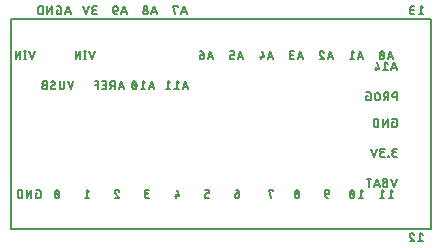
<source format=gbr>
G04 EAGLE Gerber RS-274X export*
G75*
%MOMM*%
%FSLAX34Y34*%
%LPD*%
%INSilkscreen Bottom*%
%IPPOS*%
%AMOC8*
5,1,8,0,0,1.08239X$1,22.5*%
G01*
%ADD10C,0.127000*%


D10*
X228600Y381000D02*
X584200Y381000D01*
X584200Y203200D02*
X228600Y203200D01*
X584200Y203200D02*
X584200Y381000D01*
X228600Y381000D02*
X228600Y203200D01*
X351790Y384810D02*
X349504Y391668D01*
X347218Y384810D01*
X347790Y386525D02*
X351219Y386525D01*
X344094Y386715D02*
X344092Y386800D01*
X344086Y386886D01*
X344077Y386971D01*
X344063Y387055D01*
X344046Y387139D01*
X344025Y387222D01*
X344001Y387304D01*
X343973Y387384D01*
X343941Y387464D01*
X343905Y387542D01*
X343867Y387618D01*
X343824Y387692D01*
X343779Y387764D01*
X343730Y387835D01*
X343678Y387903D01*
X343624Y387968D01*
X343566Y388031D01*
X343505Y388092D01*
X343442Y388150D01*
X343377Y388204D01*
X343309Y388256D01*
X343238Y388305D01*
X343166Y388350D01*
X343092Y388393D01*
X343016Y388431D01*
X342938Y388467D01*
X342858Y388499D01*
X342778Y388527D01*
X342696Y388551D01*
X342613Y388572D01*
X342529Y388589D01*
X342445Y388603D01*
X342360Y388612D01*
X342274Y388618D01*
X342189Y388620D01*
X342104Y388618D01*
X342018Y388612D01*
X341933Y388603D01*
X341849Y388589D01*
X341765Y388572D01*
X341682Y388551D01*
X341600Y388527D01*
X341520Y388499D01*
X341440Y388467D01*
X341362Y388431D01*
X341286Y388393D01*
X341212Y388350D01*
X341140Y388305D01*
X341069Y388256D01*
X341001Y388204D01*
X340936Y388150D01*
X340873Y388092D01*
X340812Y388031D01*
X340754Y387968D01*
X340700Y387903D01*
X340648Y387835D01*
X340599Y387764D01*
X340554Y387692D01*
X340511Y387618D01*
X340473Y387542D01*
X340437Y387464D01*
X340405Y387384D01*
X340377Y387304D01*
X340353Y387222D01*
X340332Y387139D01*
X340315Y387055D01*
X340301Y386971D01*
X340292Y386886D01*
X340286Y386800D01*
X340284Y386715D01*
X340286Y386630D01*
X340292Y386544D01*
X340301Y386459D01*
X340315Y386375D01*
X340332Y386291D01*
X340353Y386208D01*
X340377Y386126D01*
X340405Y386046D01*
X340437Y385966D01*
X340473Y385888D01*
X340511Y385812D01*
X340554Y385738D01*
X340599Y385666D01*
X340648Y385595D01*
X340700Y385527D01*
X340754Y385462D01*
X340812Y385399D01*
X340873Y385338D01*
X340936Y385280D01*
X341001Y385226D01*
X341069Y385174D01*
X341140Y385125D01*
X341212Y385080D01*
X341286Y385037D01*
X341362Y384999D01*
X341440Y384963D01*
X341520Y384931D01*
X341600Y384903D01*
X341682Y384879D01*
X341765Y384858D01*
X341849Y384841D01*
X341933Y384827D01*
X342018Y384818D01*
X342104Y384812D01*
X342189Y384810D01*
X342274Y384812D01*
X342360Y384818D01*
X342445Y384827D01*
X342529Y384841D01*
X342613Y384858D01*
X342696Y384879D01*
X342778Y384903D01*
X342858Y384931D01*
X342938Y384963D01*
X343016Y384999D01*
X343092Y385037D01*
X343166Y385080D01*
X343238Y385125D01*
X343309Y385174D01*
X343377Y385226D01*
X343442Y385280D01*
X343505Y385338D01*
X343566Y385399D01*
X343624Y385462D01*
X343678Y385527D01*
X343730Y385595D01*
X343779Y385666D01*
X343824Y385738D01*
X343867Y385812D01*
X343905Y385888D01*
X343941Y385966D01*
X343973Y386046D01*
X344001Y386126D01*
X344025Y386208D01*
X344046Y386291D01*
X344063Y386375D01*
X344077Y386459D01*
X344086Y386544D01*
X344092Y386630D01*
X344094Y386715D01*
X343713Y390144D02*
X343711Y390221D01*
X343705Y390298D01*
X343695Y390375D01*
X343682Y390451D01*
X343664Y390526D01*
X343643Y390600D01*
X343618Y390673D01*
X343589Y390745D01*
X343557Y390815D01*
X343522Y390884D01*
X343482Y390950D01*
X343440Y391015D01*
X343394Y391077D01*
X343345Y391137D01*
X343294Y391194D01*
X343239Y391249D01*
X343182Y391300D01*
X343122Y391349D01*
X343060Y391395D01*
X342995Y391437D01*
X342929Y391477D01*
X342860Y391512D01*
X342790Y391544D01*
X342718Y391573D01*
X342645Y391598D01*
X342571Y391619D01*
X342496Y391637D01*
X342420Y391650D01*
X342343Y391660D01*
X342266Y391666D01*
X342189Y391668D01*
X342112Y391666D01*
X342035Y391660D01*
X341958Y391650D01*
X341882Y391637D01*
X341807Y391619D01*
X341733Y391598D01*
X341660Y391573D01*
X341588Y391544D01*
X341518Y391512D01*
X341449Y391477D01*
X341383Y391437D01*
X341318Y391395D01*
X341256Y391349D01*
X341196Y391300D01*
X341139Y391249D01*
X341084Y391194D01*
X341033Y391137D01*
X340984Y391077D01*
X340938Y391015D01*
X340896Y390950D01*
X340856Y390884D01*
X340821Y390815D01*
X340789Y390745D01*
X340760Y390673D01*
X340735Y390600D01*
X340714Y390526D01*
X340696Y390451D01*
X340683Y390375D01*
X340673Y390298D01*
X340667Y390221D01*
X340665Y390144D01*
X340667Y390067D01*
X340673Y389990D01*
X340683Y389913D01*
X340696Y389837D01*
X340714Y389762D01*
X340735Y389688D01*
X340760Y389615D01*
X340789Y389543D01*
X340821Y389473D01*
X340856Y389404D01*
X340896Y389338D01*
X340938Y389273D01*
X340984Y389211D01*
X341033Y389151D01*
X341084Y389094D01*
X341139Y389039D01*
X341196Y388988D01*
X341256Y388939D01*
X341318Y388893D01*
X341383Y388851D01*
X341449Y388811D01*
X341518Y388776D01*
X341588Y388744D01*
X341660Y388715D01*
X341733Y388690D01*
X341807Y388669D01*
X341882Y388651D01*
X341958Y388638D01*
X342035Y388628D01*
X342112Y388622D01*
X342189Y388620D01*
X342266Y388622D01*
X342343Y388628D01*
X342420Y388638D01*
X342496Y388651D01*
X342571Y388669D01*
X342645Y388690D01*
X342718Y388715D01*
X342790Y388744D01*
X342860Y388776D01*
X342929Y388811D01*
X342995Y388851D01*
X343060Y388893D01*
X343122Y388939D01*
X343182Y388988D01*
X343239Y389039D01*
X343294Y389094D01*
X343345Y389151D01*
X343394Y389211D01*
X343440Y389273D01*
X343482Y389338D01*
X343522Y389404D01*
X343557Y389473D01*
X343589Y389543D01*
X343618Y389615D01*
X343643Y389688D01*
X343664Y389762D01*
X343682Y389837D01*
X343695Y389913D01*
X343705Y389990D01*
X343711Y390067D01*
X343713Y390144D01*
X326390Y384810D02*
X324104Y391668D01*
X321818Y384810D01*
X322390Y386525D02*
X325819Y386525D01*
X317170Y387858D02*
X314884Y387858D01*
X317170Y387858D02*
X317247Y387860D01*
X317324Y387866D01*
X317401Y387876D01*
X317477Y387889D01*
X317552Y387907D01*
X317626Y387928D01*
X317699Y387953D01*
X317771Y387982D01*
X317841Y388014D01*
X317910Y388049D01*
X317976Y388089D01*
X318041Y388131D01*
X318103Y388177D01*
X318163Y388226D01*
X318220Y388277D01*
X318275Y388332D01*
X318326Y388389D01*
X318375Y388449D01*
X318421Y388511D01*
X318463Y388576D01*
X318503Y388642D01*
X318538Y388711D01*
X318570Y388781D01*
X318599Y388853D01*
X318624Y388926D01*
X318645Y389000D01*
X318663Y389075D01*
X318676Y389151D01*
X318686Y389228D01*
X318692Y389305D01*
X318694Y389382D01*
X318694Y389763D01*
X318692Y389848D01*
X318686Y389934D01*
X318677Y390019D01*
X318663Y390103D01*
X318646Y390187D01*
X318625Y390270D01*
X318601Y390352D01*
X318573Y390432D01*
X318541Y390512D01*
X318505Y390590D01*
X318467Y390666D01*
X318424Y390740D01*
X318379Y390812D01*
X318330Y390883D01*
X318278Y390951D01*
X318224Y391016D01*
X318166Y391079D01*
X318105Y391140D01*
X318042Y391198D01*
X317977Y391252D01*
X317909Y391304D01*
X317838Y391353D01*
X317766Y391398D01*
X317692Y391441D01*
X317616Y391479D01*
X317538Y391515D01*
X317458Y391547D01*
X317378Y391575D01*
X317296Y391599D01*
X317213Y391620D01*
X317129Y391637D01*
X317045Y391651D01*
X316960Y391660D01*
X316874Y391666D01*
X316789Y391668D01*
X316704Y391666D01*
X316618Y391660D01*
X316533Y391651D01*
X316449Y391637D01*
X316365Y391620D01*
X316282Y391599D01*
X316200Y391575D01*
X316120Y391547D01*
X316040Y391515D01*
X315962Y391479D01*
X315886Y391441D01*
X315812Y391398D01*
X315740Y391353D01*
X315669Y391304D01*
X315601Y391252D01*
X315536Y391198D01*
X315473Y391140D01*
X315412Y391079D01*
X315354Y391016D01*
X315300Y390951D01*
X315248Y390883D01*
X315199Y390812D01*
X315154Y390740D01*
X315111Y390666D01*
X315073Y390590D01*
X315037Y390512D01*
X315005Y390432D01*
X314977Y390352D01*
X314953Y390270D01*
X314932Y390187D01*
X314915Y390103D01*
X314901Y390019D01*
X314892Y389934D01*
X314886Y389848D01*
X314884Y389763D01*
X314884Y387858D01*
X314886Y387749D01*
X314892Y387641D01*
X314901Y387532D01*
X314915Y387424D01*
X314932Y387317D01*
X314954Y387210D01*
X314979Y387104D01*
X315007Y386999D01*
X315040Y386895D01*
X315076Y386793D01*
X315116Y386692D01*
X315159Y386592D01*
X315206Y386494D01*
X315257Y386397D01*
X315311Y386303D01*
X315368Y386210D01*
X315428Y386120D01*
X315492Y386031D01*
X315559Y385945D01*
X315628Y385862D01*
X315701Y385781D01*
X315777Y385703D01*
X315855Y385627D01*
X315936Y385554D01*
X316019Y385485D01*
X316105Y385418D01*
X316194Y385354D01*
X316284Y385294D01*
X316377Y385237D01*
X316471Y385183D01*
X316568Y385132D01*
X316666Y385085D01*
X316766Y385042D01*
X316867Y385002D01*
X316969Y384966D01*
X317073Y384933D01*
X317178Y384905D01*
X317284Y384880D01*
X317391Y384858D01*
X317498Y384841D01*
X317606Y384827D01*
X317715Y384818D01*
X317823Y384812D01*
X317932Y384810D01*
X278765Y384810D02*
X276479Y391668D01*
X274193Y384810D01*
X274765Y386525D02*
X278194Y386525D01*
X268158Y388620D02*
X267015Y388620D01*
X267015Y384810D01*
X269301Y384810D01*
X269378Y384812D01*
X269455Y384818D01*
X269532Y384828D01*
X269608Y384841D01*
X269683Y384859D01*
X269757Y384880D01*
X269830Y384905D01*
X269902Y384934D01*
X269972Y384966D01*
X270041Y385001D01*
X270107Y385041D01*
X270172Y385083D01*
X270234Y385129D01*
X270294Y385178D01*
X270351Y385229D01*
X270406Y385284D01*
X270457Y385341D01*
X270506Y385401D01*
X270552Y385463D01*
X270594Y385528D01*
X270634Y385594D01*
X270669Y385663D01*
X270701Y385733D01*
X270730Y385805D01*
X270755Y385878D01*
X270776Y385952D01*
X270794Y386027D01*
X270807Y386103D01*
X270817Y386180D01*
X270823Y386257D01*
X270825Y386334D01*
X270825Y390144D01*
X270823Y390221D01*
X270817Y390298D01*
X270807Y390375D01*
X270794Y390451D01*
X270776Y390526D01*
X270755Y390600D01*
X270730Y390673D01*
X270701Y390745D01*
X270669Y390815D01*
X270634Y390884D01*
X270594Y390950D01*
X270552Y391015D01*
X270506Y391077D01*
X270457Y391137D01*
X270406Y391194D01*
X270351Y391249D01*
X270294Y391300D01*
X270234Y391349D01*
X270172Y391395D01*
X270107Y391437D01*
X270041Y391477D01*
X269972Y391512D01*
X269902Y391544D01*
X269830Y391573D01*
X269757Y391598D01*
X269683Y391619D01*
X269608Y391637D01*
X269532Y391650D01*
X269455Y391660D01*
X269378Y391666D01*
X269301Y391668D01*
X267015Y391668D01*
X263022Y391668D02*
X263022Y384810D01*
X259212Y384810D02*
X263022Y391668D01*
X259212Y391668D02*
X259212Y384810D01*
X255219Y384810D02*
X255219Y391668D01*
X253314Y391668D01*
X253229Y391666D01*
X253143Y391660D01*
X253058Y391651D01*
X252974Y391637D01*
X252890Y391620D01*
X252807Y391599D01*
X252725Y391575D01*
X252645Y391547D01*
X252565Y391515D01*
X252487Y391479D01*
X252411Y391441D01*
X252337Y391398D01*
X252265Y391353D01*
X252194Y391304D01*
X252126Y391252D01*
X252061Y391198D01*
X251998Y391140D01*
X251937Y391079D01*
X251879Y391016D01*
X251825Y390951D01*
X251773Y390883D01*
X251724Y390812D01*
X251679Y390740D01*
X251636Y390666D01*
X251598Y390590D01*
X251562Y390512D01*
X251530Y390432D01*
X251502Y390352D01*
X251478Y390270D01*
X251457Y390187D01*
X251440Y390103D01*
X251426Y390019D01*
X251417Y389934D01*
X251411Y389848D01*
X251409Y389763D01*
X251409Y386715D01*
X251411Y386630D01*
X251417Y386544D01*
X251426Y386459D01*
X251440Y386375D01*
X251457Y386291D01*
X251478Y386208D01*
X251502Y386126D01*
X251530Y386046D01*
X251562Y385966D01*
X251598Y385888D01*
X251636Y385812D01*
X251679Y385738D01*
X251724Y385666D01*
X251773Y385595D01*
X251825Y385527D01*
X251879Y385462D01*
X251937Y385399D01*
X251998Y385338D01*
X252061Y385280D01*
X252126Y385226D01*
X252194Y385174D01*
X252265Y385125D01*
X252337Y385080D01*
X252411Y385037D01*
X252487Y384999D01*
X252565Y384963D01*
X252645Y384931D01*
X252725Y384903D01*
X252807Y384879D01*
X252890Y384858D01*
X252974Y384841D01*
X253058Y384827D01*
X253143Y384818D01*
X253229Y384812D01*
X253314Y384810D01*
X255219Y384810D01*
X374904Y391668D02*
X377190Y384810D01*
X372618Y384810D02*
X374904Y391668D01*
X373190Y386525D02*
X376619Y386525D01*
X369494Y390906D02*
X369494Y391668D01*
X365684Y391668D01*
X367589Y384810D01*
X575310Y391668D02*
X577215Y390144D01*
X575310Y391668D02*
X575310Y384810D01*
X577215Y384810D02*
X573405Y384810D01*
X569900Y384810D02*
X567995Y384810D01*
X567910Y384812D01*
X567824Y384818D01*
X567739Y384827D01*
X567655Y384841D01*
X567571Y384858D01*
X567488Y384879D01*
X567406Y384903D01*
X567326Y384931D01*
X567246Y384963D01*
X567168Y384999D01*
X567092Y385037D01*
X567018Y385080D01*
X566946Y385125D01*
X566875Y385174D01*
X566807Y385226D01*
X566742Y385280D01*
X566679Y385338D01*
X566618Y385399D01*
X566560Y385462D01*
X566506Y385527D01*
X566454Y385595D01*
X566405Y385666D01*
X566360Y385738D01*
X566317Y385812D01*
X566279Y385888D01*
X566243Y385966D01*
X566211Y386046D01*
X566183Y386126D01*
X566159Y386208D01*
X566138Y386291D01*
X566121Y386375D01*
X566107Y386459D01*
X566098Y386544D01*
X566092Y386630D01*
X566090Y386715D01*
X566092Y386800D01*
X566098Y386886D01*
X566107Y386971D01*
X566121Y387055D01*
X566138Y387139D01*
X566159Y387222D01*
X566183Y387304D01*
X566211Y387384D01*
X566243Y387464D01*
X566279Y387542D01*
X566317Y387618D01*
X566360Y387692D01*
X566405Y387764D01*
X566454Y387835D01*
X566506Y387903D01*
X566560Y387968D01*
X566618Y388031D01*
X566679Y388092D01*
X566742Y388150D01*
X566807Y388204D01*
X566875Y388256D01*
X566946Y388305D01*
X567018Y388350D01*
X567092Y388393D01*
X567168Y388431D01*
X567246Y388467D01*
X567326Y388499D01*
X567406Y388527D01*
X567488Y388551D01*
X567571Y388572D01*
X567655Y388589D01*
X567739Y388603D01*
X567824Y388612D01*
X567910Y388618D01*
X567995Y388620D01*
X567614Y391668D02*
X569900Y391668D01*
X567614Y391668D02*
X567537Y391666D01*
X567460Y391660D01*
X567383Y391650D01*
X567307Y391637D01*
X567232Y391619D01*
X567158Y391598D01*
X567085Y391573D01*
X567013Y391544D01*
X566943Y391512D01*
X566874Y391477D01*
X566808Y391437D01*
X566743Y391395D01*
X566681Y391349D01*
X566621Y391300D01*
X566564Y391249D01*
X566509Y391194D01*
X566458Y391137D01*
X566409Y391077D01*
X566363Y391015D01*
X566321Y390950D01*
X566281Y390884D01*
X566246Y390815D01*
X566214Y390745D01*
X566185Y390673D01*
X566160Y390600D01*
X566139Y390526D01*
X566121Y390451D01*
X566108Y390375D01*
X566098Y390298D01*
X566092Y390221D01*
X566090Y390144D01*
X566092Y390067D01*
X566098Y389990D01*
X566108Y389913D01*
X566121Y389837D01*
X566139Y389762D01*
X566160Y389688D01*
X566185Y389615D01*
X566214Y389543D01*
X566246Y389473D01*
X566281Y389404D01*
X566321Y389338D01*
X566363Y389273D01*
X566409Y389211D01*
X566458Y389151D01*
X566509Y389094D01*
X566564Y389039D01*
X566621Y388988D01*
X566681Y388939D01*
X566743Y388893D01*
X566808Y388851D01*
X566874Y388811D01*
X566943Y388776D01*
X567013Y388744D01*
X567085Y388715D01*
X567158Y388690D01*
X567232Y388669D01*
X567307Y388651D01*
X567383Y388638D01*
X567460Y388628D01*
X567537Y388622D01*
X567614Y388620D01*
X569138Y388620D01*
X300990Y384810D02*
X299085Y384810D01*
X299000Y384812D01*
X298914Y384818D01*
X298829Y384827D01*
X298745Y384841D01*
X298661Y384858D01*
X298578Y384879D01*
X298496Y384903D01*
X298416Y384931D01*
X298336Y384963D01*
X298258Y384999D01*
X298182Y385037D01*
X298108Y385080D01*
X298036Y385125D01*
X297965Y385174D01*
X297897Y385226D01*
X297832Y385280D01*
X297769Y385338D01*
X297708Y385399D01*
X297650Y385462D01*
X297596Y385527D01*
X297544Y385595D01*
X297495Y385666D01*
X297450Y385738D01*
X297407Y385812D01*
X297369Y385888D01*
X297333Y385966D01*
X297301Y386046D01*
X297273Y386126D01*
X297249Y386208D01*
X297228Y386291D01*
X297211Y386375D01*
X297197Y386459D01*
X297188Y386544D01*
X297182Y386630D01*
X297180Y386715D01*
X297182Y386800D01*
X297188Y386886D01*
X297197Y386971D01*
X297211Y387055D01*
X297228Y387139D01*
X297249Y387222D01*
X297273Y387304D01*
X297301Y387384D01*
X297333Y387464D01*
X297369Y387542D01*
X297407Y387618D01*
X297450Y387692D01*
X297495Y387764D01*
X297544Y387835D01*
X297596Y387903D01*
X297650Y387968D01*
X297708Y388031D01*
X297769Y388092D01*
X297832Y388150D01*
X297897Y388204D01*
X297965Y388256D01*
X298036Y388305D01*
X298108Y388350D01*
X298182Y388393D01*
X298258Y388431D01*
X298336Y388467D01*
X298416Y388499D01*
X298496Y388527D01*
X298578Y388551D01*
X298661Y388572D01*
X298745Y388589D01*
X298829Y388603D01*
X298914Y388612D01*
X299000Y388618D01*
X299085Y388620D01*
X298704Y391668D02*
X300990Y391668D01*
X298704Y391668D02*
X298627Y391666D01*
X298550Y391660D01*
X298473Y391650D01*
X298397Y391637D01*
X298322Y391619D01*
X298248Y391598D01*
X298175Y391573D01*
X298103Y391544D01*
X298033Y391512D01*
X297964Y391477D01*
X297898Y391437D01*
X297833Y391395D01*
X297771Y391349D01*
X297711Y391300D01*
X297654Y391249D01*
X297599Y391194D01*
X297548Y391137D01*
X297499Y391077D01*
X297453Y391015D01*
X297411Y390950D01*
X297371Y390884D01*
X297336Y390815D01*
X297304Y390745D01*
X297275Y390673D01*
X297250Y390600D01*
X297229Y390526D01*
X297211Y390451D01*
X297198Y390375D01*
X297188Y390298D01*
X297182Y390221D01*
X297180Y390144D01*
X297182Y390067D01*
X297188Y389990D01*
X297198Y389913D01*
X297211Y389837D01*
X297229Y389762D01*
X297250Y389688D01*
X297275Y389615D01*
X297304Y389543D01*
X297336Y389473D01*
X297371Y389404D01*
X297411Y389338D01*
X297453Y389273D01*
X297499Y389211D01*
X297548Y389151D01*
X297599Y389094D01*
X297654Y389039D01*
X297711Y388988D01*
X297771Y388939D01*
X297833Y388893D01*
X297898Y388851D01*
X297964Y388811D01*
X298033Y388776D01*
X298103Y388744D01*
X298175Y388715D01*
X298248Y388690D01*
X298322Y388669D01*
X298397Y388651D01*
X298473Y388638D01*
X298550Y388628D01*
X298627Y388622D01*
X298704Y388620D01*
X300228Y388620D01*
X294056Y391668D02*
X291770Y384810D01*
X289484Y391668D01*
X299349Y353568D02*
X297063Y346710D01*
X294777Y353568D01*
X291211Y353568D02*
X291211Y346710D01*
X291973Y346710D02*
X290449Y346710D01*
X290449Y353568D02*
X291973Y353568D01*
X287020Y353568D02*
X287020Y346710D01*
X283210Y346710D02*
X287020Y353568D01*
X283210Y353568D02*
X283210Y346710D01*
X281175Y328168D02*
X278889Y321310D01*
X276603Y328168D01*
X273235Y328168D02*
X273235Y323215D01*
X273233Y323130D01*
X273227Y323044D01*
X273218Y322959D01*
X273204Y322875D01*
X273187Y322791D01*
X273166Y322708D01*
X273142Y322626D01*
X273114Y322546D01*
X273082Y322466D01*
X273046Y322388D01*
X273008Y322312D01*
X272965Y322238D01*
X272920Y322166D01*
X272871Y322095D01*
X272819Y322027D01*
X272765Y321962D01*
X272707Y321899D01*
X272646Y321838D01*
X272583Y321780D01*
X272518Y321726D01*
X272450Y321674D01*
X272379Y321625D01*
X272307Y321580D01*
X272233Y321537D01*
X272157Y321499D01*
X272079Y321463D01*
X271999Y321431D01*
X271919Y321403D01*
X271837Y321379D01*
X271754Y321358D01*
X271670Y321341D01*
X271586Y321327D01*
X271501Y321318D01*
X271415Y321312D01*
X271330Y321310D01*
X271245Y321312D01*
X271159Y321318D01*
X271074Y321327D01*
X270990Y321341D01*
X270906Y321358D01*
X270823Y321379D01*
X270741Y321403D01*
X270661Y321431D01*
X270581Y321463D01*
X270503Y321499D01*
X270427Y321537D01*
X270353Y321580D01*
X270281Y321625D01*
X270210Y321674D01*
X270142Y321726D01*
X270077Y321780D01*
X270014Y321838D01*
X269953Y321899D01*
X269895Y321962D01*
X269841Y322027D01*
X269789Y322095D01*
X269740Y322166D01*
X269695Y322238D01*
X269652Y322312D01*
X269614Y322388D01*
X269578Y322466D01*
X269546Y322546D01*
X269518Y322626D01*
X269494Y322708D01*
X269473Y322791D01*
X269456Y322875D01*
X269442Y322959D01*
X269433Y323044D01*
X269427Y323130D01*
X269425Y323215D01*
X269425Y328168D01*
X263634Y321310D02*
X263557Y321312D01*
X263480Y321318D01*
X263403Y321328D01*
X263327Y321341D01*
X263252Y321359D01*
X263178Y321380D01*
X263105Y321405D01*
X263033Y321434D01*
X262963Y321466D01*
X262894Y321501D01*
X262828Y321541D01*
X262763Y321583D01*
X262701Y321629D01*
X262641Y321678D01*
X262584Y321729D01*
X262529Y321784D01*
X262478Y321841D01*
X262429Y321901D01*
X262383Y321963D01*
X262341Y322028D01*
X262301Y322094D01*
X262266Y322163D01*
X262234Y322233D01*
X262205Y322305D01*
X262180Y322378D01*
X262159Y322452D01*
X262141Y322527D01*
X262128Y322603D01*
X262118Y322680D01*
X262112Y322757D01*
X262110Y322834D01*
X263634Y321310D02*
X263744Y321312D01*
X263855Y321318D01*
X263965Y321327D01*
X264075Y321340D01*
X264184Y321357D01*
X264292Y321378D01*
X264400Y321402D01*
X264507Y321431D01*
X264613Y321462D01*
X264717Y321498D01*
X264821Y321537D01*
X264923Y321579D01*
X265023Y321625D01*
X265122Y321675D01*
X265219Y321727D01*
X265315Y321784D01*
X265408Y321843D01*
X265499Y321905D01*
X265588Y321971D01*
X265675Y322039D01*
X265759Y322111D01*
X265841Y322185D01*
X265920Y322262D01*
X265730Y326644D02*
X265728Y326721D01*
X265722Y326798D01*
X265712Y326875D01*
X265699Y326951D01*
X265681Y327026D01*
X265660Y327100D01*
X265635Y327173D01*
X265606Y327245D01*
X265574Y327315D01*
X265539Y327384D01*
X265499Y327450D01*
X265457Y327515D01*
X265411Y327577D01*
X265362Y327637D01*
X265311Y327694D01*
X265256Y327749D01*
X265199Y327800D01*
X265139Y327849D01*
X265077Y327895D01*
X265012Y327937D01*
X264946Y327977D01*
X264877Y328012D01*
X264807Y328044D01*
X264735Y328073D01*
X264662Y328098D01*
X264588Y328119D01*
X264513Y328137D01*
X264437Y328150D01*
X264360Y328160D01*
X264283Y328166D01*
X264206Y328168D01*
X264206Y328169D02*
X264104Y328167D01*
X264002Y328162D01*
X263900Y328153D01*
X263799Y328140D01*
X263698Y328123D01*
X263598Y328104D01*
X263498Y328080D01*
X263400Y328053D01*
X263302Y328022D01*
X263206Y327988D01*
X263111Y327951D01*
X263017Y327910D01*
X262925Y327866D01*
X262835Y327818D01*
X262746Y327768D01*
X262659Y327714D01*
X262574Y327657D01*
X262491Y327597D01*
X264968Y325310D02*
X265033Y325351D01*
X265096Y325394D01*
X265156Y325441D01*
X265215Y325491D01*
X265270Y325543D01*
X265323Y325598D01*
X265374Y325656D01*
X265421Y325716D01*
X265465Y325779D01*
X265507Y325843D01*
X265545Y325909D01*
X265579Y325978D01*
X265610Y326048D01*
X265638Y326119D01*
X265662Y326191D01*
X265683Y326265D01*
X265700Y326340D01*
X265713Y326415D01*
X265722Y326491D01*
X265728Y326567D01*
X265730Y326644D01*
X262872Y324168D02*
X262807Y324127D01*
X262744Y324084D01*
X262684Y324037D01*
X262625Y323987D01*
X262570Y323935D01*
X262517Y323880D01*
X262466Y323822D01*
X262419Y323762D01*
X262375Y323699D01*
X262333Y323635D01*
X262295Y323569D01*
X262261Y323500D01*
X262230Y323430D01*
X262202Y323359D01*
X262178Y323287D01*
X262157Y323213D01*
X262140Y323138D01*
X262127Y323063D01*
X262118Y322987D01*
X262112Y322911D01*
X262110Y322834D01*
X262872Y324168D02*
X264968Y325311D01*
X258445Y325120D02*
X256540Y325120D01*
X256455Y325118D01*
X256369Y325112D01*
X256284Y325103D01*
X256200Y325089D01*
X256116Y325072D01*
X256033Y325051D01*
X255951Y325027D01*
X255871Y324999D01*
X255791Y324967D01*
X255713Y324931D01*
X255637Y324893D01*
X255563Y324850D01*
X255491Y324805D01*
X255420Y324756D01*
X255352Y324704D01*
X255287Y324650D01*
X255224Y324592D01*
X255163Y324531D01*
X255105Y324468D01*
X255051Y324403D01*
X254999Y324335D01*
X254950Y324264D01*
X254905Y324192D01*
X254862Y324118D01*
X254824Y324042D01*
X254788Y323964D01*
X254756Y323884D01*
X254728Y323804D01*
X254704Y323722D01*
X254683Y323639D01*
X254666Y323555D01*
X254652Y323471D01*
X254643Y323386D01*
X254637Y323300D01*
X254635Y323215D01*
X254637Y323130D01*
X254643Y323044D01*
X254652Y322959D01*
X254666Y322875D01*
X254683Y322791D01*
X254704Y322708D01*
X254728Y322626D01*
X254756Y322546D01*
X254788Y322466D01*
X254824Y322388D01*
X254862Y322312D01*
X254905Y322238D01*
X254950Y322166D01*
X254999Y322095D01*
X255051Y322027D01*
X255105Y321962D01*
X255163Y321899D01*
X255224Y321838D01*
X255287Y321780D01*
X255352Y321726D01*
X255420Y321674D01*
X255491Y321625D01*
X255563Y321580D01*
X255637Y321537D01*
X255713Y321499D01*
X255791Y321463D01*
X255871Y321431D01*
X255951Y321403D01*
X256033Y321379D01*
X256116Y321358D01*
X256200Y321341D01*
X256284Y321327D01*
X256369Y321318D01*
X256455Y321312D01*
X256540Y321310D01*
X258445Y321310D01*
X258445Y328168D01*
X256540Y328168D01*
X256463Y328166D01*
X256386Y328160D01*
X256309Y328150D01*
X256233Y328137D01*
X256158Y328119D01*
X256084Y328098D01*
X256011Y328073D01*
X255939Y328044D01*
X255869Y328012D01*
X255800Y327977D01*
X255734Y327937D01*
X255669Y327895D01*
X255607Y327849D01*
X255547Y327800D01*
X255490Y327749D01*
X255435Y327694D01*
X255384Y327637D01*
X255335Y327577D01*
X255289Y327515D01*
X255247Y327450D01*
X255207Y327384D01*
X255172Y327315D01*
X255140Y327245D01*
X255111Y327173D01*
X255086Y327100D01*
X255065Y327026D01*
X255047Y326951D01*
X255034Y326875D01*
X255024Y326798D01*
X255018Y326721D01*
X255016Y326644D01*
X255018Y326567D01*
X255024Y326490D01*
X255034Y326413D01*
X255047Y326337D01*
X255065Y326262D01*
X255086Y326188D01*
X255111Y326115D01*
X255140Y326043D01*
X255172Y325973D01*
X255207Y325904D01*
X255247Y325838D01*
X255289Y325773D01*
X255335Y325711D01*
X255384Y325651D01*
X255435Y325594D01*
X255490Y325539D01*
X255547Y325488D01*
X255607Y325439D01*
X255669Y325393D01*
X255734Y325351D01*
X255800Y325311D01*
X255869Y325276D01*
X255939Y325244D01*
X256011Y325215D01*
X256084Y325190D01*
X256158Y325169D01*
X256233Y325151D01*
X256309Y325138D01*
X256386Y325128D01*
X256463Y325122D01*
X256540Y325120D01*
X246263Y346710D02*
X248549Y353568D01*
X243977Y353568D02*
X246263Y346710D01*
X240411Y346710D02*
X240411Y353568D01*
X241173Y346710D02*
X239649Y346710D01*
X239649Y353568D02*
X241173Y353568D01*
X236220Y353568D02*
X236220Y346710D01*
X232410Y346710D02*
X236220Y353568D01*
X232410Y353568D02*
X232410Y346710D01*
X321707Y328168D02*
X323993Y321310D01*
X319421Y321310D02*
X321707Y328168D01*
X319993Y323025D02*
X323422Y323025D01*
X315984Y321310D02*
X315984Y328168D01*
X314079Y328168D01*
X313994Y328166D01*
X313908Y328160D01*
X313823Y328151D01*
X313739Y328137D01*
X313655Y328120D01*
X313572Y328099D01*
X313490Y328075D01*
X313410Y328047D01*
X313330Y328015D01*
X313252Y327979D01*
X313176Y327941D01*
X313102Y327898D01*
X313030Y327853D01*
X312959Y327804D01*
X312891Y327752D01*
X312826Y327698D01*
X312763Y327640D01*
X312702Y327579D01*
X312644Y327516D01*
X312590Y327451D01*
X312538Y327383D01*
X312489Y327312D01*
X312444Y327240D01*
X312401Y327166D01*
X312363Y327090D01*
X312327Y327012D01*
X312295Y326932D01*
X312267Y326852D01*
X312243Y326770D01*
X312222Y326687D01*
X312205Y326603D01*
X312191Y326519D01*
X312182Y326434D01*
X312176Y326348D01*
X312174Y326263D01*
X312176Y326178D01*
X312182Y326092D01*
X312191Y326007D01*
X312205Y325923D01*
X312222Y325839D01*
X312243Y325756D01*
X312267Y325674D01*
X312295Y325594D01*
X312327Y325514D01*
X312363Y325436D01*
X312401Y325360D01*
X312444Y325286D01*
X312489Y325214D01*
X312538Y325143D01*
X312590Y325075D01*
X312644Y325010D01*
X312702Y324947D01*
X312763Y324886D01*
X312826Y324828D01*
X312891Y324774D01*
X312959Y324722D01*
X313030Y324673D01*
X313102Y324628D01*
X313176Y324585D01*
X313252Y324547D01*
X313330Y324511D01*
X313410Y324479D01*
X313490Y324451D01*
X313572Y324427D01*
X313655Y324406D01*
X313739Y324389D01*
X313823Y324375D01*
X313908Y324366D01*
X313994Y324360D01*
X314079Y324358D01*
X315984Y324358D01*
X313698Y324358D02*
X312174Y321310D01*
X308473Y321310D02*
X305425Y321310D01*
X308473Y321310D02*
X308473Y328168D01*
X305425Y328168D01*
X306187Y325120D02*
X308473Y325120D01*
X302133Y328168D02*
X302133Y321310D01*
X302133Y328168D02*
X299085Y328168D01*
X299085Y325120D02*
X302133Y325120D01*
X347370Y328168D02*
X349656Y321310D01*
X345084Y321310D02*
X347370Y328168D01*
X345656Y323025D02*
X349085Y323025D01*
X341960Y326644D02*
X340055Y328168D01*
X340055Y321310D01*
X341960Y321310D02*
X338150Y321310D01*
X334646Y324739D02*
X334644Y324881D01*
X334639Y325024D01*
X334630Y325166D01*
X334617Y325308D01*
X334601Y325449D01*
X334582Y325590D01*
X334558Y325731D01*
X334532Y325871D01*
X334501Y326010D01*
X334467Y326148D01*
X334430Y326286D01*
X334390Y326422D01*
X334345Y326558D01*
X334298Y326692D01*
X334247Y326825D01*
X334193Y326957D01*
X334135Y327087D01*
X334074Y327216D01*
X334074Y327215D02*
X334048Y327284D01*
X334019Y327350D01*
X333987Y327416D01*
X333952Y327479D01*
X333913Y327541D01*
X333871Y327601D01*
X333826Y327658D01*
X333778Y327713D01*
X333727Y327765D01*
X333674Y327815D01*
X333618Y327861D01*
X333560Y327905D01*
X333499Y327946D01*
X333437Y327984D01*
X333373Y328018D01*
X333307Y328049D01*
X333239Y328077D01*
X333170Y328101D01*
X333100Y328121D01*
X333029Y328138D01*
X332958Y328151D01*
X332886Y328160D01*
X332813Y328166D01*
X332740Y328168D01*
X332667Y328166D01*
X332594Y328160D01*
X332522Y328151D01*
X332451Y328138D01*
X332380Y328121D01*
X332310Y328101D01*
X332241Y328077D01*
X332173Y328049D01*
X332107Y328018D01*
X332043Y327984D01*
X331981Y327946D01*
X331920Y327905D01*
X331862Y327861D01*
X331806Y327815D01*
X331753Y327765D01*
X331702Y327713D01*
X331654Y327658D01*
X331609Y327601D01*
X331567Y327541D01*
X331528Y327479D01*
X331493Y327416D01*
X331461Y327350D01*
X331432Y327284D01*
X331406Y327215D01*
X331407Y327216D02*
X331346Y327087D01*
X331288Y326957D01*
X331234Y326825D01*
X331183Y326692D01*
X331136Y326558D01*
X331091Y326422D01*
X331051Y326286D01*
X331014Y326148D01*
X330980Y326010D01*
X330949Y325871D01*
X330923Y325731D01*
X330899Y325590D01*
X330880Y325449D01*
X330864Y325308D01*
X330851Y325166D01*
X330842Y325024D01*
X330837Y324881D01*
X330835Y324739D01*
X334646Y324739D02*
X334644Y324597D01*
X334639Y324454D01*
X334630Y324312D01*
X334617Y324170D01*
X334601Y324029D01*
X334582Y323888D01*
X334558Y323747D01*
X334532Y323607D01*
X334501Y323468D01*
X334467Y323330D01*
X334430Y323192D01*
X334390Y323056D01*
X334345Y322920D01*
X334298Y322786D01*
X334247Y322653D01*
X334193Y322521D01*
X334135Y322391D01*
X334074Y322262D01*
X334074Y322263D02*
X334048Y322194D01*
X334019Y322128D01*
X333987Y322062D01*
X333952Y321999D01*
X333913Y321937D01*
X333871Y321877D01*
X333826Y321820D01*
X333778Y321765D01*
X333727Y321713D01*
X333674Y321663D01*
X333618Y321617D01*
X333560Y321573D01*
X333499Y321532D01*
X333437Y321494D01*
X333373Y321460D01*
X333307Y321429D01*
X333239Y321401D01*
X333170Y321377D01*
X333100Y321357D01*
X333029Y321340D01*
X332958Y321327D01*
X332886Y321318D01*
X332813Y321312D01*
X332740Y321310D01*
X331407Y322262D02*
X331346Y322391D01*
X331288Y322521D01*
X331234Y322653D01*
X331183Y322786D01*
X331136Y322920D01*
X331091Y323056D01*
X331051Y323192D01*
X331014Y323330D01*
X330980Y323468D01*
X330949Y323607D01*
X330923Y323747D01*
X330899Y323888D01*
X330880Y324029D01*
X330864Y324170D01*
X330851Y324312D01*
X330842Y324454D01*
X330837Y324597D01*
X330835Y324739D01*
X331406Y322263D02*
X331432Y322194D01*
X331461Y322128D01*
X331493Y322062D01*
X331528Y321999D01*
X331567Y321937D01*
X331609Y321877D01*
X331654Y321820D01*
X331702Y321765D01*
X331753Y321713D01*
X331806Y321663D01*
X331862Y321617D01*
X331920Y321573D01*
X331981Y321532D01*
X332043Y321494D01*
X332107Y321460D01*
X332173Y321429D01*
X332241Y321401D01*
X332310Y321377D01*
X332380Y321357D01*
X332451Y321340D01*
X332522Y321327D01*
X332594Y321318D01*
X332667Y321312D01*
X332740Y321310D01*
X334264Y322834D02*
X331216Y326644D01*
X375945Y328168D02*
X378231Y321310D01*
X373659Y321310D02*
X375945Y328168D01*
X374231Y323025D02*
X377660Y323025D01*
X370535Y326644D02*
X368630Y328168D01*
X368630Y321310D01*
X370535Y321310D02*
X366725Y321310D01*
X363220Y326644D02*
X361315Y328168D01*
X361315Y321310D01*
X363220Y321310D02*
X359410Y321310D01*
X399491Y346710D02*
X397205Y353568D01*
X394919Y346710D01*
X395491Y348425D02*
X398920Y348425D01*
X391795Y350520D02*
X389509Y350520D01*
X389432Y350518D01*
X389355Y350512D01*
X389278Y350502D01*
X389202Y350489D01*
X389127Y350471D01*
X389053Y350450D01*
X388980Y350425D01*
X388908Y350396D01*
X388838Y350364D01*
X388769Y350329D01*
X388703Y350289D01*
X388638Y350247D01*
X388576Y350201D01*
X388516Y350152D01*
X388459Y350101D01*
X388404Y350046D01*
X388353Y349989D01*
X388304Y349929D01*
X388258Y349867D01*
X388216Y349802D01*
X388176Y349736D01*
X388141Y349667D01*
X388109Y349597D01*
X388080Y349525D01*
X388055Y349452D01*
X388034Y349378D01*
X388016Y349303D01*
X388003Y349227D01*
X387993Y349150D01*
X387987Y349073D01*
X387985Y348996D01*
X387985Y348615D01*
X387987Y348530D01*
X387993Y348444D01*
X388002Y348359D01*
X388016Y348275D01*
X388033Y348191D01*
X388054Y348108D01*
X388078Y348026D01*
X388106Y347946D01*
X388138Y347866D01*
X388174Y347788D01*
X388212Y347712D01*
X388255Y347638D01*
X388300Y347566D01*
X388349Y347495D01*
X388401Y347427D01*
X388455Y347362D01*
X388513Y347299D01*
X388574Y347238D01*
X388637Y347180D01*
X388702Y347126D01*
X388770Y347074D01*
X388841Y347025D01*
X388913Y346980D01*
X388987Y346937D01*
X389063Y346899D01*
X389141Y346863D01*
X389221Y346831D01*
X389301Y346803D01*
X389383Y346779D01*
X389466Y346758D01*
X389550Y346741D01*
X389634Y346727D01*
X389719Y346718D01*
X389805Y346712D01*
X389890Y346710D01*
X389975Y346712D01*
X390061Y346718D01*
X390146Y346727D01*
X390230Y346741D01*
X390314Y346758D01*
X390397Y346779D01*
X390479Y346803D01*
X390559Y346831D01*
X390639Y346863D01*
X390717Y346899D01*
X390793Y346937D01*
X390867Y346980D01*
X390939Y347025D01*
X391010Y347074D01*
X391078Y347126D01*
X391143Y347180D01*
X391206Y347238D01*
X391267Y347299D01*
X391325Y347362D01*
X391379Y347427D01*
X391431Y347495D01*
X391480Y347566D01*
X391525Y347638D01*
X391568Y347712D01*
X391606Y347788D01*
X391642Y347866D01*
X391674Y347946D01*
X391702Y348026D01*
X391726Y348108D01*
X391747Y348191D01*
X391764Y348275D01*
X391778Y348359D01*
X391787Y348444D01*
X391793Y348530D01*
X391795Y348615D01*
X391795Y350520D01*
X391793Y350629D01*
X391787Y350737D01*
X391778Y350846D01*
X391764Y350954D01*
X391747Y351061D01*
X391725Y351168D01*
X391700Y351274D01*
X391672Y351379D01*
X391639Y351483D01*
X391603Y351585D01*
X391563Y351686D01*
X391520Y351786D01*
X391473Y351884D01*
X391422Y351981D01*
X391368Y352075D01*
X391311Y352168D01*
X391251Y352258D01*
X391187Y352347D01*
X391120Y352433D01*
X391051Y352516D01*
X390978Y352597D01*
X390902Y352675D01*
X390824Y352751D01*
X390743Y352824D01*
X390660Y352893D01*
X390574Y352960D01*
X390485Y353024D01*
X390395Y353084D01*
X390302Y353141D01*
X390208Y353195D01*
X390111Y353246D01*
X390013Y353293D01*
X389913Y353336D01*
X389812Y353376D01*
X389710Y353412D01*
X389606Y353445D01*
X389501Y353473D01*
X389395Y353498D01*
X389288Y353520D01*
X389181Y353537D01*
X389073Y353551D01*
X388964Y353560D01*
X388856Y353566D01*
X388747Y353568D01*
X422605Y353568D02*
X424891Y346710D01*
X420319Y346710D02*
X422605Y353568D01*
X420891Y348425D02*
X424320Y348425D01*
X417195Y346710D02*
X414909Y346710D01*
X414832Y346712D01*
X414755Y346718D01*
X414678Y346728D01*
X414602Y346741D01*
X414527Y346759D01*
X414453Y346780D01*
X414380Y346805D01*
X414308Y346834D01*
X414238Y346866D01*
X414169Y346901D01*
X414103Y346941D01*
X414038Y346983D01*
X413976Y347029D01*
X413916Y347078D01*
X413859Y347129D01*
X413804Y347184D01*
X413753Y347241D01*
X413704Y347301D01*
X413658Y347363D01*
X413616Y347428D01*
X413576Y347494D01*
X413541Y347563D01*
X413509Y347633D01*
X413480Y347705D01*
X413455Y347778D01*
X413434Y347852D01*
X413416Y347927D01*
X413403Y348003D01*
X413393Y348080D01*
X413387Y348157D01*
X413385Y348234D01*
X413385Y348996D01*
X413387Y349073D01*
X413393Y349150D01*
X413403Y349227D01*
X413416Y349303D01*
X413434Y349378D01*
X413455Y349452D01*
X413480Y349525D01*
X413509Y349597D01*
X413541Y349667D01*
X413576Y349736D01*
X413616Y349802D01*
X413658Y349867D01*
X413704Y349929D01*
X413753Y349989D01*
X413804Y350046D01*
X413859Y350101D01*
X413916Y350152D01*
X413976Y350201D01*
X414038Y350247D01*
X414103Y350289D01*
X414169Y350329D01*
X414238Y350364D01*
X414308Y350396D01*
X414380Y350425D01*
X414453Y350450D01*
X414527Y350471D01*
X414602Y350489D01*
X414678Y350502D01*
X414755Y350512D01*
X414832Y350518D01*
X414909Y350520D01*
X417195Y350520D01*
X417195Y353568D01*
X413385Y353568D01*
X448005Y353568D02*
X450291Y346710D01*
X445719Y346710D02*
X448005Y353568D01*
X446291Y348425D02*
X449720Y348425D01*
X442595Y348234D02*
X441071Y353568D01*
X442595Y348234D02*
X438785Y348234D01*
X439928Y349758D02*
X439928Y346710D01*
X473405Y353568D02*
X475691Y346710D01*
X471119Y346710D02*
X473405Y353568D01*
X471691Y348425D02*
X475120Y348425D01*
X467995Y346710D02*
X466090Y346710D01*
X466005Y346712D01*
X465919Y346718D01*
X465834Y346727D01*
X465750Y346741D01*
X465666Y346758D01*
X465583Y346779D01*
X465501Y346803D01*
X465421Y346831D01*
X465341Y346863D01*
X465263Y346899D01*
X465187Y346937D01*
X465113Y346980D01*
X465041Y347025D01*
X464970Y347074D01*
X464902Y347126D01*
X464837Y347180D01*
X464774Y347238D01*
X464713Y347299D01*
X464655Y347362D01*
X464601Y347427D01*
X464549Y347495D01*
X464500Y347566D01*
X464455Y347638D01*
X464412Y347712D01*
X464374Y347788D01*
X464338Y347866D01*
X464306Y347946D01*
X464278Y348026D01*
X464254Y348108D01*
X464233Y348191D01*
X464216Y348275D01*
X464202Y348359D01*
X464193Y348444D01*
X464187Y348530D01*
X464185Y348615D01*
X464187Y348700D01*
X464193Y348786D01*
X464202Y348871D01*
X464216Y348955D01*
X464233Y349039D01*
X464254Y349122D01*
X464278Y349204D01*
X464306Y349284D01*
X464338Y349364D01*
X464374Y349442D01*
X464412Y349518D01*
X464455Y349592D01*
X464500Y349664D01*
X464549Y349735D01*
X464601Y349803D01*
X464655Y349868D01*
X464713Y349931D01*
X464774Y349992D01*
X464837Y350050D01*
X464902Y350104D01*
X464970Y350156D01*
X465041Y350205D01*
X465113Y350250D01*
X465187Y350293D01*
X465263Y350331D01*
X465341Y350367D01*
X465421Y350399D01*
X465501Y350427D01*
X465583Y350451D01*
X465666Y350472D01*
X465750Y350489D01*
X465834Y350503D01*
X465919Y350512D01*
X466005Y350518D01*
X466090Y350520D01*
X465709Y353568D02*
X467995Y353568D01*
X465709Y353568D02*
X465632Y353566D01*
X465555Y353560D01*
X465478Y353550D01*
X465402Y353537D01*
X465327Y353519D01*
X465253Y353498D01*
X465180Y353473D01*
X465108Y353444D01*
X465038Y353412D01*
X464969Y353377D01*
X464903Y353337D01*
X464838Y353295D01*
X464776Y353249D01*
X464716Y353200D01*
X464659Y353149D01*
X464604Y353094D01*
X464553Y353037D01*
X464504Y352977D01*
X464458Y352915D01*
X464416Y352850D01*
X464376Y352784D01*
X464341Y352715D01*
X464309Y352645D01*
X464280Y352573D01*
X464255Y352500D01*
X464234Y352426D01*
X464216Y352351D01*
X464203Y352275D01*
X464193Y352198D01*
X464187Y352121D01*
X464185Y352044D01*
X464187Y351967D01*
X464193Y351890D01*
X464203Y351813D01*
X464216Y351737D01*
X464234Y351662D01*
X464255Y351588D01*
X464280Y351515D01*
X464309Y351443D01*
X464341Y351373D01*
X464376Y351304D01*
X464416Y351238D01*
X464458Y351173D01*
X464504Y351111D01*
X464553Y351051D01*
X464604Y350994D01*
X464659Y350939D01*
X464716Y350888D01*
X464776Y350839D01*
X464838Y350793D01*
X464903Y350751D01*
X464969Y350711D01*
X465038Y350676D01*
X465108Y350644D01*
X465180Y350615D01*
X465253Y350590D01*
X465327Y350569D01*
X465402Y350551D01*
X465478Y350538D01*
X465555Y350528D01*
X465632Y350522D01*
X465709Y350520D01*
X467233Y350520D01*
X498805Y353568D02*
X501091Y346710D01*
X496519Y346710D02*
X498805Y353568D01*
X497091Y348425D02*
X500520Y348425D01*
X491300Y353569D02*
X491218Y353567D01*
X491137Y353561D01*
X491056Y353552D01*
X490975Y353538D01*
X490896Y353521D01*
X490817Y353500D01*
X490739Y353475D01*
X490663Y353446D01*
X490588Y353414D01*
X490514Y353378D01*
X490443Y353339D01*
X490373Y353297D01*
X490305Y353251D01*
X490240Y353202D01*
X490177Y353150D01*
X490117Y353095D01*
X490059Y353037D01*
X490004Y352977D01*
X489952Y352914D01*
X489903Y352849D01*
X489857Y352781D01*
X489815Y352712D01*
X489776Y352640D01*
X489740Y352566D01*
X489708Y352491D01*
X489679Y352415D01*
X489654Y352337D01*
X489633Y352258D01*
X489616Y352179D01*
X489602Y352098D01*
X489593Y352017D01*
X489587Y351936D01*
X489585Y351854D01*
X491300Y353568D02*
X491392Y353566D01*
X491484Y353560D01*
X491576Y353551D01*
X491668Y353537D01*
X491758Y353520D01*
X491848Y353499D01*
X491937Y353474D01*
X492025Y353445D01*
X492112Y353413D01*
X492197Y353377D01*
X492280Y353338D01*
X492362Y353295D01*
X492442Y353249D01*
X492520Y353199D01*
X492596Y353147D01*
X492669Y353091D01*
X492740Y353032D01*
X492809Y352970D01*
X492875Y352905D01*
X492938Y352838D01*
X492998Y352768D01*
X493056Y352696D01*
X493110Y352621D01*
X493161Y352544D01*
X493209Y352465D01*
X493253Y352384D01*
X493294Y352301D01*
X493332Y352217D01*
X493366Y352131D01*
X493396Y352044D01*
X490157Y350520D02*
X490098Y350579D01*
X490042Y350640D01*
X489989Y350703D01*
X489938Y350769D01*
X489891Y350837D01*
X489847Y350907D01*
X489806Y350979D01*
X489768Y351053D01*
X489734Y351128D01*
X489703Y351205D01*
X489676Y351283D01*
X489652Y351363D01*
X489631Y351443D01*
X489615Y351524D01*
X489602Y351606D01*
X489592Y351688D01*
X489587Y351771D01*
X489585Y351854D01*
X490157Y350520D02*
X493395Y346710D01*
X489585Y346710D01*
X524205Y353568D02*
X526491Y346710D01*
X521919Y346710D02*
X524205Y353568D01*
X522491Y348425D02*
X525920Y348425D01*
X518795Y352044D02*
X516890Y353568D01*
X516890Y346710D01*
X518795Y346710D02*
X514985Y346710D01*
X552704Y344043D02*
X554990Y337185D01*
X550418Y337185D02*
X552704Y344043D01*
X550990Y338900D02*
X554419Y338900D01*
X547294Y342519D02*
X545389Y344043D01*
X545389Y337185D01*
X547294Y337185D02*
X543484Y337185D01*
X539979Y338709D02*
X538455Y344043D01*
X539979Y338709D02*
X536169Y338709D01*
X537312Y340233D02*
X537312Y337185D01*
X554990Y318643D02*
X554990Y311785D01*
X554990Y318643D02*
X553085Y318643D01*
X553000Y318641D01*
X552914Y318635D01*
X552829Y318626D01*
X552745Y318612D01*
X552661Y318595D01*
X552578Y318574D01*
X552496Y318550D01*
X552416Y318522D01*
X552336Y318490D01*
X552258Y318454D01*
X552182Y318416D01*
X552108Y318373D01*
X552036Y318328D01*
X551965Y318279D01*
X551897Y318227D01*
X551832Y318173D01*
X551769Y318115D01*
X551708Y318054D01*
X551650Y317991D01*
X551596Y317926D01*
X551544Y317858D01*
X551495Y317787D01*
X551450Y317715D01*
X551407Y317641D01*
X551369Y317565D01*
X551333Y317487D01*
X551301Y317407D01*
X551273Y317327D01*
X551249Y317245D01*
X551228Y317162D01*
X551211Y317078D01*
X551197Y316994D01*
X551188Y316909D01*
X551182Y316823D01*
X551180Y316738D01*
X551182Y316653D01*
X551188Y316567D01*
X551197Y316482D01*
X551211Y316398D01*
X551228Y316314D01*
X551249Y316231D01*
X551273Y316149D01*
X551301Y316069D01*
X551333Y315989D01*
X551369Y315911D01*
X551407Y315835D01*
X551450Y315761D01*
X551495Y315689D01*
X551544Y315618D01*
X551596Y315550D01*
X551650Y315485D01*
X551708Y315422D01*
X551769Y315361D01*
X551832Y315303D01*
X551897Y315249D01*
X551965Y315197D01*
X552036Y315148D01*
X552108Y315103D01*
X552182Y315060D01*
X552258Y315022D01*
X552336Y314986D01*
X552416Y314954D01*
X552496Y314926D01*
X552578Y314902D01*
X552661Y314881D01*
X552745Y314864D01*
X552829Y314850D01*
X552914Y314841D01*
X553000Y314835D01*
X553085Y314833D01*
X554990Y314833D01*
X547765Y311785D02*
X547765Y318643D01*
X545860Y318643D01*
X545775Y318641D01*
X545689Y318635D01*
X545604Y318626D01*
X545520Y318612D01*
X545436Y318595D01*
X545353Y318574D01*
X545271Y318550D01*
X545191Y318522D01*
X545111Y318490D01*
X545033Y318454D01*
X544957Y318416D01*
X544883Y318373D01*
X544811Y318328D01*
X544740Y318279D01*
X544672Y318227D01*
X544607Y318173D01*
X544544Y318115D01*
X544483Y318054D01*
X544425Y317991D01*
X544371Y317926D01*
X544319Y317858D01*
X544270Y317787D01*
X544225Y317715D01*
X544182Y317641D01*
X544144Y317565D01*
X544108Y317487D01*
X544076Y317407D01*
X544048Y317327D01*
X544024Y317245D01*
X544003Y317162D01*
X543986Y317078D01*
X543972Y316994D01*
X543963Y316909D01*
X543957Y316823D01*
X543955Y316738D01*
X543957Y316653D01*
X543963Y316567D01*
X543972Y316482D01*
X543986Y316398D01*
X544003Y316314D01*
X544024Y316231D01*
X544048Y316149D01*
X544076Y316069D01*
X544108Y315989D01*
X544144Y315911D01*
X544182Y315835D01*
X544225Y315761D01*
X544270Y315689D01*
X544319Y315618D01*
X544371Y315550D01*
X544425Y315485D01*
X544483Y315422D01*
X544544Y315361D01*
X544607Y315303D01*
X544672Y315249D01*
X544740Y315197D01*
X544811Y315148D01*
X544883Y315103D01*
X544957Y315060D01*
X545033Y315022D01*
X545111Y314986D01*
X545191Y314954D01*
X545271Y314926D01*
X545353Y314902D01*
X545436Y314881D01*
X545520Y314864D01*
X545604Y314850D01*
X545689Y314841D01*
X545775Y314835D01*
X545860Y314833D01*
X547765Y314833D01*
X545479Y314833D02*
X543955Y311785D01*
X540520Y313690D02*
X540520Y316738D01*
X540518Y316823D01*
X540512Y316909D01*
X540503Y316994D01*
X540489Y317078D01*
X540472Y317162D01*
X540451Y317245D01*
X540427Y317327D01*
X540399Y317407D01*
X540367Y317487D01*
X540331Y317565D01*
X540293Y317641D01*
X540250Y317715D01*
X540205Y317787D01*
X540156Y317858D01*
X540104Y317926D01*
X540050Y317991D01*
X539992Y318054D01*
X539931Y318115D01*
X539868Y318173D01*
X539803Y318227D01*
X539735Y318279D01*
X539664Y318328D01*
X539592Y318373D01*
X539518Y318416D01*
X539442Y318454D01*
X539364Y318490D01*
X539284Y318522D01*
X539204Y318550D01*
X539122Y318574D01*
X539039Y318595D01*
X538955Y318612D01*
X538871Y318626D01*
X538786Y318635D01*
X538700Y318641D01*
X538615Y318643D01*
X538530Y318641D01*
X538444Y318635D01*
X538359Y318626D01*
X538275Y318612D01*
X538191Y318595D01*
X538108Y318574D01*
X538026Y318550D01*
X537946Y318522D01*
X537866Y318490D01*
X537788Y318454D01*
X537712Y318416D01*
X537638Y318373D01*
X537566Y318328D01*
X537495Y318279D01*
X537427Y318227D01*
X537362Y318173D01*
X537299Y318115D01*
X537238Y318054D01*
X537180Y317991D01*
X537126Y317926D01*
X537074Y317858D01*
X537025Y317787D01*
X536980Y317715D01*
X536937Y317641D01*
X536899Y317565D01*
X536863Y317487D01*
X536831Y317407D01*
X536803Y317327D01*
X536779Y317245D01*
X536758Y317162D01*
X536741Y317078D01*
X536727Y316994D01*
X536718Y316909D01*
X536712Y316823D01*
X536710Y316738D01*
X536710Y313690D01*
X536712Y313605D01*
X536718Y313519D01*
X536727Y313434D01*
X536741Y313350D01*
X536758Y313266D01*
X536779Y313183D01*
X536803Y313101D01*
X536831Y313021D01*
X536863Y312941D01*
X536899Y312863D01*
X536937Y312787D01*
X536980Y312713D01*
X537025Y312641D01*
X537074Y312570D01*
X537126Y312502D01*
X537180Y312437D01*
X537238Y312374D01*
X537299Y312313D01*
X537362Y312255D01*
X537427Y312201D01*
X537495Y312149D01*
X537566Y312100D01*
X537638Y312055D01*
X537712Y312012D01*
X537788Y311974D01*
X537866Y311938D01*
X537946Y311906D01*
X538026Y311878D01*
X538108Y311854D01*
X538191Y311833D01*
X538275Y311816D01*
X538359Y311802D01*
X538444Y311793D01*
X538530Y311787D01*
X538615Y311785D01*
X538700Y311787D01*
X538786Y311793D01*
X538871Y311802D01*
X538955Y311816D01*
X539039Y311833D01*
X539122Y311854D01*
X539204Y311878D01*
X539284Y311906D01*
X539364Y311938D01*
X539442Y311974D01*
X539518Y312012D01*
X539592Y312055D01*
X539664Y312100D01*
X539735Y312149D01*
X539803Y312201D01*
X539868Y312255D01*
X539931Y312313D01*
X539992Y312374D01*
X540050Y312437D01*
X540104Y312502D01*
X540156Y312570D01*
X540205Y312641D01*
X540250Y312713D01*
X540293Y312787D01*
X540331Y312863D01*
X540367Y312941D01*
X540399Y313021D01*
X540427Y313101D01*
X540451Y313183D01*
X540472Y313266D01*
X540489Y313350D01*
X540503Y313434D01*
X540512Y313519D01*
X540518Y313605D01*
X540520Y313690D01*
X530294Y315595D02*
X529151Y315595D01*
X529151Y311785D01*
X531437Y311785D01*
X531514Y311787D01*
X531591Y311793D01*
X531668Y311803D01*
X531744Y311816D01*
X531819Y311834D01*
X531893Y311855D01*
X531966Y311880D01*
X532038Y311909D01*
X532108Y311941D01*
X532177Y311976D01*
X532243Y312016D01*
X532308Y312058D01*
X532370Y312104D01*
X532430Y312153D01*
X532487Y312204D01*
X532542Y312259D01*
X532593Y312316D01*
X532642Y312376D01*
X532688Y312438D01*
X532730Y312503D01*
X532770Y312569D01*
X532805Y312638D01*
X532837Y312708D01*
X532866Y312780D01*
X532891Y312853D01*
X532912Y312927D01*
X532930Y313002D01*
X532943Y313078D01*
X532953Y313155D01*
X532959Y313232D01*
X532961Y313309D01*
X532961Y317119D01*
X532959Y317196D01*
X532953Y317273D01*
X532943Y317350D01*
X532930Y317426D01*
X532912Y317501D01*
X532891Y317575D01*
X532866Y317648D01*
X532837Y317720D01*
X532805Y317790D01*
X532770Y317859D01*
X532730Y317925D01*
X532688Y317990D01*
X532642Y318052D01*
X532593Y318112D01*
X532542Y318169D01*
X532487Y318224D01*
X532430Y318275D01*
X532370Y318324D01*
X532308Y318370D01*
X532243Y318412D01*
X532177Y318452D01*
X532108Y318487D01*
X532038Y318519D01*
X531966Y318548D01*
X531893Y318573D01*
X531819Y318594D01*
X531744Y318612D01*
X531668Y318625D01*
X531591Y318635D01*
X531514Y318641D01*
X531437Y318643D01*
X529151Y318643D01*
X551180Y293370D02*
X552323Y293370D01*
X551180Y293370D02*
X551180Y289560D01*
X553466Y289560D01*
X553543Y289562D01*
X553620Y289568D01*
X553697Y289578D01*
X553773Y289591D01*
X553848Y289609D01*
X553922Y289630D01*
X553995Y289655D01*
X554067Y289684D01*
X554137Y289716D01*
X554206Y289751D01*
X554272Y289791D01*
X554337Y289833D01*
X554399Y289879D01*
X554459Y289928D01*
X554516Y289979D01*
X554571Y290034D01*
X554622Y290091D01*
X554671Y290151D01*
X554717Y290213D01*
X554759Y290278D01*
X554799Y290344D01*
X554834Y290413D01*
X554866Y290483D01*
X554895Y290555D01*
X554920Y290628D01*
X554941Y290702D01*
X554959Y290777D01*
X554972Y290853D01*
X554982Y290930D01*
X554988Y291007D01*
X554990Y291084D01*
X554990Y294894D01*
X554988Y294971D01*
X554982Y295048D01*
X554972Y295125D01*
X554959Y295201D01*
X554941Y295276D01*
X554920Y295350D01*
X554895Y295423D01*
X554866Y295495D01*
X554834Y295565D01*
X554799Y295634D01*
X554759Y295700D01*
X554717Y295765D01*
X554671Y295827D01*
X554622Y295887D01*
X554571Y295944D01*
X554516Y295999D01*
X554459Y296050D01*
X554399Y296099D01*
X554337Y296145D01*
X554272Y296187D01*
X554206Y296227D01*
X554137Y296262D01*
X554067Y296294D01*
X553995Y296323D01*
X553922Y296348D01*
X553848Y296369D01*
X553773Y296387D01*
X553697Y296400D01*
X553620Y296410D01*
X553543Y296416D01*
X553466Y296418D01*
X551180Y296418D01*
X547187Y296418D02*
X547187Y289560D01*
X543377Y289560D02*
X547187Y296418D01*
X543377Y296418D02*
X543377Y289560D01*
X539384Y289560D02*
X539384Y296418D01*
X537479Y296418D01*
X537394Y296416D01*
X537308Y296410D01*
X537223Y296401D01*
X537139Y296387D01*
X537055Y296370D01*
X536972Y296349D01*
X536890Y296325D01*
X536810Y296297D01*
X536730Y296265D01*
X536652Y296229D01*
X536576Y296191D01*
X536502Y296148D01*
X536430Y296103D01*
X536359Y296054D01*
X536291Y296002D01*
X536226Y295948D01*
X536163Y295890D01*
X536102Y295829D01*
X536044Y295766D01*
X535990Y295701D01*
X535938Y295633D01*
X535889Y295562D01*
X535844Y295490D01*
X535801Y295416D01*
X535763Y295340D01*
X535727Y295262D01*
X535695Y295182D01*
X535667Y295102D01*
X535643Y295020D01*
X535622Y294937D01*
X535605Y294853D01*
X535591Y294769D01*
X535582Y294684D01*
X535576Y294598D01*
X535574Y294513D01*
X535574Y291465D01*
X535576Y291380D01*
X535582Y291294D01*
X535591Y291209D01*
X535605Y291125D01*
X535622Y291041D01*
X535643Y290958D01*
X535667Y290876D01*
X535695Y290796D01*
X535727Y290716D01*
X535763Y290638D01*
X535801Y290562D01*
X535844Y290488D01*
X535889Y290416D01*
X535938Y290345D01*
X535990Y290277D01*
X536044Y290212D01*
X536102Y290149D01*
X536163Y290088D01*
X536226Y290030D01*
X536291Y289976D01*
X536359Y289924D01*
X536430Y289875D01*
X536502Y289830D01*
X536576Y289787D01*
X536652Y289749D01*
X536730Y289713D01*
X536810Y289681D01*
X536890Y289653D01*
X536972Y289629D01*
X537055Y289608D01*
X537139Y289591D01*
X537223Y289577D01*
X537308Y289568D01*
X537394Y289562D01*
X537479Y289560D01*
X539384Y289560D01*
X553085Y264160D02*
X554990Y264160D01*
X553085Y264160D02*
X553000Y264162D01*
X552914Y264168D01*
X552829Y264177D01*
X552745Y264191D01*
X552661Y264208D01*
X552578Y264229D01*
X552496Y264253D01*
X552416Y264281D01*
X552336Y264313D01*
X552258Y264349D01*
X552182Y264387D01*
X552108Y264430D01*
X552036Y264475D01*
X551965Y264524D01*
X551897Y264576D01*
X551832Y264630D01*
X551769Y264688D01*
X551708Y264749D01*
X551650Y264812D01*
X551596Y264877D01*
X551544Y264945D01*
X551495Y265016D01*
X551450Y265088D01*
X551407Y265162D01*
X551369Y265238D01*
X551333Y265316D01*
X551301Y265396D01*
X551273Y265476D01*
X551249Y265558D01*
X551228Y265641D01*
X551211Y265725D01*
X551197Y265809D01*
X551188Y265894D01*
X551182Y265980D01*
X551180Y266065D01*
X551182Y266150D01*
X551188Y266236D01*
X551197Y266321D01*
X551211Y266405D01*
X551228Y266489D01*
X551249Y266572D01*
X551273Y266654D01*
X551301Y266734D01*
X551333Y266814D01*
X551369Y266892D01*
X551407Y266968D01*
X551450Y267042D01*
X551495Y267114D01*
X551544Y267185D01*
X551596Y267253D01*
X551650Y267318D01*
X551708Y267381D01*
X551769Y267442D01*
X551832Y267500D01*
X551897Y267554D01*
X551965Y267606D01*
X552036Y267655D01*
X552108Y267700D01*
X552182Y267743D01*
X552258Y267781D01*
X552336Y267817D01*
X552416Y267849D01*
X552496Y267877D01*
X552578Y267901D01*
X552661Y267922D01*
X552745Y267939D01*
X552829Y267953D01*
X552914Y267962D01*
X553000Y267968D01*
X553085Y267970D01*
X552704Y271018D02*
X554990Y271018D01*
X552704Y271018D02*
X552627Y271016D01*
X552550Y271010D01*
X552473Y271000D01*
X552397Y270987D01*
X552322Y270969D01*
X552248Y270948D01*
X552175Y270923D01*
X552103Y270894D01*
X552033Y270862D01*
X551964Y270827D01*
X551898Y270787D01*
X551833Y270745D01*
X551771Y270699D01*
X551711Y270650D01*
X551654Y270599D01*
X551599Y270544D01*
X551548Y270487D01*
X551499Y270427D01*
X551453Y270365D01*
X551411Y270300D01*
X551371Y270234D01*
X551336Y270165D01*
X551304Y270095D01*
X551275Y270023D01*
X551250Y269950D01*
X551229Y269876D01*
X551211Y269801D01*
X551198Y269725D01*
X551188Y269648D01*
X551182Y269571D01*
X551180Y269494D01*
X551182Y269417D01*
X551188Y269340D01*
X551198Y269263D01*
X551211Y269187D01*
X551229Y269112D01*
X551250Y269038D01*
X551275Y268965D01*
X551304Y268893D01*
X551336Y268823D01*
X551371Y268754D01*
X551411Y268688D01*
X551453Y268623D01*
X551499Y268561D01*
X551548Y268501D01*
X551599Y268444D01*
X551654Y268389D01*
X551711Y268338D01*
X551771Y268289D01*
X551833Y268243D01*
X551898Y268201D01*
X551964Y268161D01*
X552033Y268126D01*
X552103Y268094D01*
X552175Y268065D01*
X552248Y268040D01*
X552322Y268019D01*
X552397Y268001D01*
X552473Y267988D01*
X552550Y267978D01*
X552627Y267972D01*
X552704Y267970D01*
X554228Y267970D01*
X548155Y264541D02*
X548155Y264160D01*
X548155Y264541D02*
X547774Y264541D01*
X547774Y264160D01*
X548155Y264160D01*
X544749Y264160D02*
X542844Y264160D01*
X542759Y264162D01*
X542673Y264168D01*
X542588Y264177D01*
X542504Y264191D01*
X542420Y264208D01*
X542337Y264229D01*
X542255Y264253D01*
X542175Y264281D01*
X542095Y264313D01*
X542017Y264349D01*
X541941Y264387D01*
X541867Y264430D01*
X541795Y264475D01*
X541724Y264524D01*
X541656Y264576D01*
X541591Y264630D01*
X541528Y264688D01*
X541467Y264749D01*
X541409Y264812D01*
X541355Y264877D01*
X541303Y264945D01*
X541254Y265016D01*
X541209Y265088D01*
X541166Y265162D01*
X541128Y265238D01*
X541092Y265316D01*
X541060Y265396D01*
X541032Y265476D01*
X541008Y265558D01*
X540987Y265641D01*
X540970Y265725D01*
X540956Y265809D01*
X540947Y265894D01*
X540941Y265980D01*
X540939Y266065D01*
X540941Y266150D01*
X540947Y266236D01*
X540956Y266321D01*
X540970Y266405D01*
X540987Y266489D01*
X541008Y266572D01*
X541032Y266654D01*
X541060Y266734D01*
X541092Y266814D01*
X541128Y266892D01*
X541166Y266968D01*
X541209Y267042D01*
X541254Y267114D01*
X541303Y267185D01*
X541355Y267253D01*
X541409Y267318D01*
X541467Y267381D01*
X541528Y267442D01*
X541591Y267500D01*
X541656Y267554D01*
X541724Y267606D01*
X541795Y267655D01*
X541867Y267700D01*
X541941Y267743D01*
X542017Y267781D01*
X542095Y267817D01*
X542175Y267849D01*
X542255Y267877D01*
X542337Y267901D01*
X542420Y267922D01*
X542504Y267939D01*
X542588Y267953D01*
X542673Y267962D01*
X542759Y267968D01*
X542844Y267970D01*
X542463Y271018D02*
X544749Y271018D01*
X542463Y271018D02*
X542386Y271016D01*
X542309Y271010D01*
X542232Y271000D01*
X542156Y270987D01*
X542081Y270969D01*
X542007Y270948D01*
X541934Y270923D01*
X541862Y270894D01*
X541792Y270862D01*
X541723Y270827D01*
X541657Y270787D01*
X541592Y270745D01*
X541530Y270699D01*
X541470Y270650D01*
X541413Y270599D01*
X541358Y270544D01*
X541307Y270487D01*
X541258Y270427D01*
X541212Y270365D01*
X541170Y270300D01*
X541130Y270234D01*
X541095Y270165D01*
X541063Y270095D01*
X541034Y270023D01*
X541009Y269950D01*
X540988Y269876D01*
X540970Y269801D01*
X540957Y269725D01*
X540947Y269648D01*
X540941Y269571D01*
X540939Y269494D01*
X540941Y269417D01*
X540947Y269340D01*
X540957Y269263D01*
X540970Y269187D01*
X540988Y269112D01*
X541009Y269038D01*
X541034Y268965D01*
X541063Y268893D01*
X541095Y268823D01*
X541130Y268754D01*
X541170Y268688D01*
X541212Y268623D01*
X541258Y268561D01*
X541307Y268501D01*
X541358Y268444D01*
X541413Y268389D01*
X541470Y268338D01*
X541530Y268289D01*
X541592Y268243D01*
X541657Y268201D01*
X541723Y268161D01*
X541792Y268126D01*
X541862Y268094D01*
X541934Y268065D01*
X542007Y268040D01*
X542081Y268019D01*
X542156Y268001D01*
X542232Y267988D01*
X542309Y267978D01*
X542386Y267972D01*
X542463Y267970D01*
X543987Y267970D01*
X537815Y271018D02*
X535529Y264160D01*
X533243Y271018D01*
X554990Y245618D02*
X552704Y238760D01*
X550418Y245618D01*
X546890Y242570D02*
X544985Y242570D01*
X544900Y242568D01*
X544814Y242562D01*
X544729Y242553D01*
X544645Y242539D01*
X544561Y242522D01*
X544478Y242501D01*
X544396Y242477D01*
X544316Y242449D01*
X544236Y242417D01*
X544158Y242381D01*
X544082Y242343D01*
X544008Y242300D01*
X543936Y242255D01*
X543865Y242206D01*
X543797Y242154D01*
X543732Y242100D01*
X543669Y242042D01*
X543608Y241981D01*
X543550Y241918D01*
X543496Y241853D01*
X543444Y241785D01*
X543395Y241714D01*
X543350Y241642D01*
X543307Y241568D01*
X543269Y241492D01*
X543233Y241414D01*
X543201Y241334D01*
X543173Y241254D01*
X543149Y241172D01*
X543128Y241089D01*
X543111Y241005D01*
X543097Y240921D01*
X543088Y240836D01*
X543082Y240750D01*
X543080Y240665D01*
X543082Y240580D01*
X543088Y240494D01*
X543097Y240409D01*
X543111Y240325D01*
X543128Y240241D01*
X543149Y240158D01*
X543173Y240076D01*
X543201Y239996D01*
X543233Y239916D01*
X543269Y239838D01*
X543307Y239762D01*
X543350Y239688D01*
X543395Y239616D01*
X543444Y239545D01*
X543496Y239477D01*
X543550Y239412D01*
X543608Y239349D01*
X543669Y239288D01*
X543732Y239230D01*
X543797Y239176D01*
X543865Y239124D01*
X543936Y239075D01*
X544008Y239030D01*
X544082Y238987D01*
X544158Y238949D01*
X544236Y238913D01*
X544316Y238881D01*
X544396Y238853D01*
X544478Y238829D01*
X544561Y238808D01*
X544645Y238791D01*
X544729Y238777D01*
X544814Y238768D01*
X544900Y238762D01*
X544985Y238760D01*
X546890Y238760D01*
X546890Y245618D01*
X544985Y245618D01*
X544908Y245616D01*
X544831Y245610D01*
X544754Y245600D01*
X544678Y245587D01*
X544603Y245569D01*
X544529Y245548D01*
X544456Y245523D01*
X544384Y245494D01*
X544314Y245462D01*
X544245Y245427D01*
X544179Y245387D01*
X544114Y245345D01*
X544052Y245299D01*
X543992Y245250D01*
X543935Y245199D01*
X543880Y245144D01*
X543829Y245087D01*
X543780Y245027D01*
X543734Y244965D01*
X543692Y244900D01*
X543652Y244834D01*
X543617Y244765D01*
X543585Y244695D01*
X543556Y244623D01*
X543531Y244550D01*
X543510Y244476D01*
X543492Y244401D01*
X543479Y244325D01*
X543469Y244248D01*
X543463Y244171D01*
X543461Y244094D01*
X543463Y244017D01*
X543469Y243940D01*
X543479Y243863D01*
X543492Y243787D01*
X543510Y243712D01*
X543531Y243638D01*
X543556Y243565D01*
X543585Y243493D01*
X543617Y243423D01*
X543652Y243354D01*
X543692Y243288D01*
X543734Y243223D01*
X543780Y243161D01*
X543829Y243101D01*
X543880Y243044D01*
X543935Y242989D01*
X543992Y242938D01*
X544052Y242889D01*
X544114Y242843D01*
X544179Y242801D01*
X544245Y242761D01*
X544314Y242726D01*
X544384Y242694D01*
X544456Y242665D01*
X544529Y242640D01*
X544603Y242619D01*
X544678Y242601D01*
X544754Y242588D01*
X544831Y242578D01*
X544908Y242572D01*
X544985Y242570D01*
X540360Y238760D02*
X538074Y245618D01*
X535788Y238760D01*
X536359Y240475D02*
X539788Y240475D01*
X531246Y238760D02*
X531246Y245618D01*
X533151Y245618D02*
X529341Y245618D01*
X575005Y199390D02*
X576910Y197866D01*
X575005Y199390D02*
X575005Y192532D01*
X576910Y192532D02*
X573100Y192532D01*
X567500Y199391D02*
X567418Y199389D01*
X567337Y199383D01*
X567256Y199374D01*
X567175Y199360D01*
X567096Y199343D01*
X567017Y199322D01*
X566939Y199297D01*
X566863Y199268D01*
X566788Y199236D01*
X566714Y199200D01*
X566643Y199161D01*
X566573Y199119D01*
X566505Y199073D01*
X566440Y199024D01*
X566377Y198972D01*
X566317Y198917D01*
X566259Y198859D01*
X566204Y198799D01*
X566152Y198736D01*
X566103Y198671D01*
X566057Y198603D01*
X566015Y198534D01*
X565976Y198462D01*
X565940Y198388D01*
X565908Y198313D01*
X565879Y198237D01*
X565854Y198159D01*
X565833Y198080D01*
X565816Y198001D01*
X565802Y197920D01*
X565793Y197839D01*
X565787Y197758D01*
X565785Y197676D01*
X567500Y199390D02*
X567592Y199388D01*
X567684Y199382D01*
X567776Y199373D01*
X567868Y199359D01*
X567958Y199342D01*
X568048Y199321D01*
X568137Y199296D01*
X568225Y199267D01*
X568312Y199235D01*
X568397Y199199D01*
X568480Y199160D01*
X568562Y199117D01*
X568642Y199071D01*
X568720Y199021D01*
X568796Y198969D01*
X568869Y198913D01*
X568940Y198854D01*
X569009Y198792D01*
X569075Y198727D01*
X569138Y198660D01*
X569198Y198590D01*
X569256Y198518D01*
X569310Y198443D01*
X569361Y198366D01*
X569409Y198287D01*
X569453Y198206D01*
X569494Y198123D01*
X569532Y198039D01*
X569566Y197953D01*
X569596Y197866D01*
X566357Y196342D02*
X566298Y196401D01*
X566242Y196462D01*
X566189Y196525D01*
X566138Y196591D01*
X566091Y196659D01*
X566047Y196729D01*
X566006Y196801D01*
X565968Y196875D01*
X565934Y196950D01*
X565903Y197027D01*
X565876Y197105D01*
X565852Y197185D01*
X565831Y197265D01*
X565815Y197346D01*
X565802Y197428D01*
X565792Y197510D01*
X565787Y197593D01*
X565785Y197676D01*
X566357Y196342D02*
X569595Y192532D01*
X565785Y192532D01*
X250698Y233045D02*
X249555Y233045D01*
X249555Y229235D01*
X251841Y229235D01*
X251918Y229237D01*
X251995Y229243D01*
X252072Y229253D01*
X252148Y229266D01*
X252223Y229284D01*
X252297Y229305D01*
X252370Y229330D01*
X252442Y229359D01*
X252512Y229391D01*
X252581Y229426D01*
X252647Y229466D01*
X252712Y229508D01*
X252774Y229554D01*
X252834Y229603D01*
X252891Y229654D01*
X252946Y229709D01*
X252997Y229766D01*
X253046Y229826D01*
X253092Y229888D01*
X253134Y229953D01*
X253174Y230019D01*
X253209Y230088D01*
X253241Y230158D01*
X253270Y230230D01*
X253295Y230303D01*
X253316Y230377D01*
X253334Y230452D01*
X253347Y230528D01*
X253357Y230605D01*
X253363Y230682D01*
X253365Y230759D01*
X253365Y234569D01*
X253363Y234646D01*
X253357Y234723D01*
X253347Y234800D01*
X253334Y234876D01*
X253316Y234951D01*
X253295Y235025D01*
X253270Y235098D01*
X253241Y235170D01*
X253209Y235240D01*
X253174Y235309D01*
X253134Y235375D01*
X253092Y235440D01*
X253046Y235502D01*
X252997Y235562D01*
X252946Y235619D01*
X252891Y235674D01*
X252834Y235725D01*
X252774Y235774D01*
X252712Y235820D01*
X252647Y235862D01*
X252581Y235902D01*
X252512Y235937D01*
X252442Y235969D01*
X252370Y235998D01*
X252297Y236023D01*
X252223Y236044D01*
X252148Y236062D01*
X252072Y236075D01*
X251995Y236085D01*
X251918Y236091D01*
X251841Y236093D01*
X249555Y236093D01*
X245562Y236093D02*
X245562Y229235D01*
X241752Y229235D02*
X245562Y236093D01*
X241752Y236093D02*
X241752Y229235D01*
X237759Y229235D02*
X237759Y236093D01*
X235854Y236093D01*
X235769Y236091D01*
X235683Y236085D01*
X235598Y236076D01*
X235514Y236062D01*
X235430Y236045D01*
X235347Y236024D01*
X235265Y236000D01*
X235185Y235972D01*
X235105Y235940D01*
X235027Y235904D01*
X234951Y235866D01*
X234877Y235823D01*
X234805Y235778D01*
X234734Y235729D01*
X234666Y235677D01*
X234601Y235623D01*
X234538Y235565D01*
X234477Y235504D01*
X234419Y235441D01*
X234365Y235376D01*
X234313Y235308D01*
X234264Y235237D01*
X234219Y235165D01*
X234176Y235091D01*
X234138Y235015D01*
X234102Y234937D01*
X234070Y234857D01*
X234042Y234777D01*
X234018Y234695D01*
X233997Y234612D01*
X233980Y234528D01*
X233966Y234444D01*
X233957Y234359D01*
X233951Y234273D01*
X233949Y234188D01*
X233949Y231140D01*
X233951Y231055D01*
X233957Y230969D01*
X233966Y230884D01*
X233980Y230800D01*
X233997Y230716D01*
X234018Y230633D01*
X234042Y230551D01*
X234070Y230471D01*
X234102Y230391D01*
X234138Y230313D01*
X234176Y230237D01*
X234219Y230163D01*
X234264Y230091D01*
X234313Y230020D01*
X234365Y229952D01*
X234419Y229887D01*
X234477Y229824D01*
X234538Y229763D01*
X234601Y229705D01*
X234666Y229651D01*
X234734Y229599D01*
X234805Y229550D01*
X234877Y229505D01*
X234951Y229462D01*
X235027Y229424D01*
X235105Y229388D01*
X235185Y229356D01*
X235265Y229328D01*
X235347Y229304D01*
X235430Y229283D01*
X235514Y229266D01*
X235598Y229252D01*
X235683Y229243D01*
X235769Y229237D01*
X235854Y229235D01*
X237759Y229235D01*
X268669Y235141D02*
X268730Y235012D01*
X268788Y234882D01*
X268842Y234750D01*
X268893Y234617D01*
X268940Y234483D01*
X268985Y234347D01*
X269025Y234211D01*
X269062Y234073D01*
X269096Y233935D01*
X269127Y233796D01*
X269153Y233656D01*
X269177Y233515D01*
X269196Y233374D01*
X269212Y233233D01*
X269225Y233091D01*
X269234Y232949D01*
X269239Y232806D01*
X269241Y232664D01*
X268669Y235140D02*
X268643Y235209D01*
X268614Y235275D01*
X268582Y235341D01*
X268547Y235404D01*
X268508Y235466D01*
X268466Y235526D01*
X268421Y235583D01*
X268373Y235638D01*
X268322Y235690D01*
X268269Y235740D01*
X268213Y235786D01*
X268155Y235830D01*
X268094Y235871D01*
X268032Y235909D01*
X267968Y235943D01*
X267902Y235974D01*
X267834Y236002D01*
X267765Y236026D01*
X267695Y236046D01*
X267624Y236063D01*
X267553Y236076D01*
X267481Y236085D01*
X267408Y236091D01*
X267335Y236093D01*
X267262Y236091D01*
X267189Y236085D01*
X267117Y236076D01*
X267046Y236063D01*
X266975Y236046D01*
X266905Y236026D01*
X266836Y236002D01*
X266768Y235974D01*
X266702Y235943D01*
X266638Y235909D01*
X266576Y235871D01*
X266515Y235830D01*
X266457Y235786D01*
X266401Y235740D01*
X266348Y235690D01*
X266297Y235638D01*
X266249Y235583D01*
X266204Y235526D01*
X266162Y235466D01*
X266123Y235404D01*
X266088Y235341D01*
X266056Y235275D01*
X266027Y235209D01*
X266001Y235140D01*
X266002Y235141D02*
X265941Y235012D01*
X265883Y234882D01*
X265829Y234750D01*
X265778Y234617D01*
X265731Y234483D01*
X265686Y234347D01*
X265646Y234211D01*
X265609Y234073D01*
X265575Y233935D01*
X265544Y233796D01*
X265518Y233656D01*
X265494Y233515D01*
X265475Y233374D01*
X265459Y233233D01*
X265446Y233091D01*
X265437Y232949D01*
X265432Y232806D01*
X265430Y232664D01*
X269241Y232664D02*
X269239Y232522D01*
X269234Y232379D01*
X269225Y232237D01*
X269212Y232095D01*
X269196Y231954D01*
X269177Y231813D01*
X269153Y231672D01*
X269127Y231532D01*
X269096Y231393D01*
X269062Y231255D01*
X269025Y231117D01*
X268985Y230981D01*
X268940Y230845D01*
X268893Y230711D01*
X268842Y230578D01*
X268788Y230446D01*
X268730Y230316D01*
X268669Y230187D01*
X268669Y230188D02*
X268643Y230119D01*
X268614Y230053D01*
X268582Y229987D01*
X268547Y229924D01*
X268508Y229862D01*
X268466Y229802D01*
X268421Y229745D01*
X268373Y229690D01*
X268322Y229638D01*
X268269Y229588D01*
X268213Y229542D01*
X268155Y229498D01*
X268094Y229457D01*
X268032Y229419D01*
X267968Y229385D01*
X267902Y229354D01*
X267834Y229326D01*
X267765Y229302D01*
X267695Y229282D01*
X267624Y229265D01*
X267553Y229252D01*
X267481Y229243D01*
X267408Y229237D01*
X267335Y229235D01*
X266002Y230187D02*
X265941Y230316D01*
X265883Y230446D01*
X265829Y230578D01*
X265778Y230711D01*
X265731Y230845D01*
X265686Y230981D01*
X265646Y231117D01*
X265609Y231255D01*
X265575Y231393D01*
X265544Y231532D01*
X265518Y231672D01*
X265494Y231813D01*
X265475Y231954D01*
X265459Y232095D01*
X265446Y232237D01*
X265437Y232379D01*
X265432Y232522D01*
X265430Y232664D01*
X266001Y230188D02*
X266027Y230119D01*
X266056Y230053D01*
X266088Y229987D01*
X266123Y229924D01*
X266162Y229862D01*
X266204Y229802D01*
X266249Y229745D01*
X266297Y229690D01*
X266348Y229638D01*
X266401Y229588D01*
X266457Y229542D01*
X266515Y229498D01*
X266576Y229457D01*
X266638Y229419D01*
X266702Y229385D01*
X266768Y229354D01*
X266836Y229326D01*
X266905Y229302D01*
X266975Y229282D01*
X267046Y229265D01*
X267117Y229252D01*
X267189Y229243D01*
X267262Y229237D01*
X267335Y229235D01*
X268859Y230759D02*
X265811Y234569D01*
X292735Y236093D02*
X294640Y234569D01*
X292735Y236093D02*
X292735Y229235D01*
X294640Y229235D02*
X290830Y229235D01*
X316230Y234379D02*
X316232Y234461D01*
X316238Y234542D01*
X316247Y234623D01*
X316261Y234704D01*
X316278Y234783D01*
X316299Y234862D01*
X316324Y234940D01*
X316353Y235016D01*
X316385Y235091D01*
X316421Y235165D01*
X316460Y235237D01*
X316502Y235306D01*
X316548Y235374D01*
X316597Y235439D01*
X316649Y235502D01*
X316704Y235562D01*
X316762Y235620D01*
X316822Y235675D01*
X316885Y235727D01*
X316950Y235776D01*
X317018Y235822D01*
X317088Y235864D01*
X317159Y235903D01*
X317233Y235939D01*
X317308Y235971D01*
X317384Y236000D01*
X317462Y236025D01*
X317541Y236046D01*
X317620Y236063D01*
X317701Y236077D01*
X317782Y236086D01*
X317863Y236092D01*
X317945Y236094D01*
X317945Y236093D02*
X318037Y236091D01*
X318129Y236085D01*
X318221Y236076D01*
X318313Y236062D01*
X318403Y236045D01*
X318493Y236024D01*
X318582Y235999D01*
X318670Y235970D01*
X318757Y235938D01*
X318842Y235902D01*
X318925Y235863D01*
X319007Y235820D01*
X319087Y235774D01*
X319165Y235724D01*
X319241Y235672D01*
X319314Y235616D01*
X319385Y235557D01*
X319454Y235495D01*
X319520Y235430D01*
X319583Y235363D01*
X319643Y235293D01*
X319701Y235221D01*
X319755Y235146D01*
X319806Y235069D01*
X319854Y234990D01*
X319898Y234909D01*
X319939Y234826D01*
X319977Y234742D01*
X320011Y234656D01*
X320041Y234569D01*
X316802Y233045D02*
X316743Y233104D01*
X316687Y233165D01*
X316634Y233228D01*
X316583Y233294D01*
X316536Y233362D01*
X316492Y233432D01*
X316451Y233504D01*
X316413Y233578D01*
X316379Y233653D01*
X316348Y233730D01*
X316321Y233808D01*
X316297Y233888D01*
X316276Y233968D01*
X316260Y234049D01*
X316247Y234131D01*
X316237Y234213D01*
X316232Y234296D01*
X316230Y234379D01*
X316802Y233045D02*
X320040Y229235D01*
X316230Y229235D01*
X343535Y229235D02*
X345440Y229235D01*
X343535Y229235D02*
X343450Y229237D01*
X343364Y229243D01*
X343279Y229252D01*
X343195Y229266D01*
X343111Y229283D01*
X343028Y229304D01*
X342946Y229328D01*
X342866Y229356D01*
X342786Y229388D01*
X342708Y229424D01*
X342632Y229462D01*
X342558Y229505D01*
X342486Y229550D01*
X342415Y229599D01*
X342347Y229651D01*
X342282Y229705D01*
X342219Y229763D01*
X342158Y229824D01*
X342100Y229887D01*
X342046Y229952D01*
X341994Y230020D01*
X341945Y230091D01*
X341900Y230163D01*
X341857Y230237D01*
X341819Y230313D01*
X341783Y230391D01*
X341751Y230471D01*
X341723Y230551D01*
X341699Y230633D01*
X341678Y230716D01*
X341661Y230800D01*
X341647Y230884D01*
X341638Y230969D01*
X341632Y231055D01*
X341630Y231140D01*
X341632Y231225D01*
X341638Y231311D01*
X341647Y231396D01*
X341661Y231480D01*
X341678Y231564D01*
X341699Y231647D01*
X341723Y231729D01*
X341751Y231809D01*
X341783Y231889D01*
X341819Y231967D01*
X341857Y232043D01*
X341900Y232117D01*
X341945Y232189D01*
X341994Y232260D01*
X342046Y232328D01*
X342100Y232393D01*
X342158Y232456D01*
X342219Y232517D01*
X342282Y232575D01*
X342347Y232629D01*
X342415Y232681D01*
X342486Y232730D01*
X342558Y232775D01*
X342632Y232818D01*
X342708Y232856D01*
X342786Y232892D01*
X342866Y232924D01*
X342946Y232952D01*
X343028Y232976D01*
X343111Y232997D01*
X343195Y233014D01*
X343279Y233028D01*
X343364Y233037D01*
X343450Y233043D01*
X343535Y233045D01*
X343154Y236093D02*
X345440Y236093D01*
X343154Y236093D02*
X343077Y236091D01*
X343000Y236085D01*
X342923Y236075D01*
X342847Y236062D01*
X342772Y236044D01*
X342698Y236023D01*
X342625Y235998D01*
X342553Y235969D01*
X342483Y235937D01*
X342414Y235902D01*
X342348Y235862D01*
X342283Y235820D01*
X342221Y235774D01*
X342161Y235725D01*
X342104Y235674D01*
X342049Y235619D01*
X341998Y235562D01*
X341949Y235502D01*
X341903Y235440D01*
X341861Y235375D01*
X341821Y235309D01*
X341786Y235240D01*
X341754Y235170D01*
X341725Y235098D01*
X341700Y235025D01*
X341679Y234951D01*
X341661Y234876D01*
X341648Y234800D01*
X341638Y234723D01*
X341632Y234646D01*
X341630Y234569D01*
X341632Y234492D01*
X341638Y234415D01*
X341648Y234338D01*
X341661Y234262D01*
X341679Y234187D01*
X341700Y234113D01*
X341725Y234040D01*
X341754Y233968D01*
X341786Y233898D01*
X341821Y233829D01*
X341861Y233763D01*
X341903Y233698D01*
X341949Y233636D01*
X341998Y233576D01*
X342049Y233519D01*
X342104Y233464D01*
X342161Y233413D01*
X342221Y233364D01*
X342283Y233318D01*
X342348Y233276D01*
X342414Y233236D01*
X342483Y233201D01*
X342553Y233169D01*
X342625Y233140D01*
X342698Y233115D01*
X342772Y233094D01*
X342847Y233076D01*
X342923Y233063D01*
X343000Y233053D01*
X343077Y233047D01*
X343154Y233045D01*
X344678Y233045D01*
X369316Y236093D02*
X370840Y230759D01*
X367030Y230759D01*
X368173Y232283D02*
X368173Y229235D01*
X393954Y229235D02*
X396240Y229235D01*
X393954Y229235D02*
X393877Y229237D01*
X393800Y229243D01*
X393723Y229253D01*
X393647Y229266D01*
X393572Y229284D01*
X393498Y229305D01*
X393425Y229330D01*
X393353Y229359D01*
X393283Y229391D01*
X393214Y229426D01*
X393148Y229466D01*
X393083Y229508D01*
X393021Y229554D01*
X392961Y229603D01*
X392904Y229654D01*
X392849Y229709D01*
X392798Y229766D01*
X392749Y229826D01*
X392703Y229888D01*
X392661Y229953D01*
X392621Y230019D01*
X392586Y230088D01*
X392554Y230158D01*
X392525Y230230D01*
X392500Y230303D01*
X392479Y230377D01*
X392461Y230452D01*
X392448Y230528D01*
X392438Y230605D01*
X392432Y230682D01*
X392430Y230759D01*
X392430Y231521D01*
X392432Y231598D01*
X392438Y231675D01*
X392448Y231752D01*
X392461Y231828D01*
X392479Y231903D01*
X392500Y231977D01*
X392525Y232050D01*
X392554Y232122D01*
X392586Y232192D01*
X392621Y232261D01*
X392661Y232327D01*
X392703Y232392D01*
X392749Y232454D01*
X392798Y232514D01*
X392849Y232571D01*
X392904Y232626D01*
X392961Y232677D01*
X393021Y232726D01*
X393083Y232772D01*
X393148Y232814D01*
X393214Y232854D01*
X393283Y232889D01*
X393353Y232921D01*
X393425Y232950D01*
X393498Y232975D01*
X393572Y232996D01*
X393647Y233014D01*
X393723Y233027D01*
X393800Y233037D01*
X393877Y233043D01*
X393954Y233045D01*
X396240Y233045D01*
X396240Y236093D01*
X392430Y236093D01*
X419354Y233045D02*
X421640Y233045D01*
X419354Y233045D02*
X419277Y233043D01*
X419200Y233037D01*
X419123Y233027D01*
X419047Y233014D01*
X418972Y232996D01*
X418898Y232975D01*
X418825Y232950D01*
X418753Y232921D01*
X418683Y232889D01*
X418614Y232854D01*
X418548Y232814D01*
X418483Y232772D01*
X418421Y232726D01*
X418361Y232677D01*
X418304Y232626D01*
X418249Y232571D01*
X418198Y232514D01*
X418149Y232454D01*
X418103Y232392D01*
X418061Y232327D01*
X418021Y232261D01*
X417986Y232192D01*
X417954Y232122D01*
X417925Y232050D01*
X417900Y231977D01*
X417879Y231903D01*
X417861Y231828D01*
X417848Y231752D01*
X417838Y231675D01*
X417832Y231598D01*
X417830Y231521D01*
X417830Y231140D01*
X417832Y231055D01*
X417838Y230969D01*
X417847Y230884D01*
X417861Y230800D01*
X417878Y230716D01*
X417899Y230633D01*
X417923Y230551D01*
X417951Y230471D01*
X417983Y230391D01*
X418019Y230313D01*
X418057Y230237D01*
X418100Y230163D01*
X418145Y230091D01*
X418194Y230020D01*
X418246Y229952D01*
X418300Y229887D01*
X418358Y229824D01*
X418419Y229763D01*
X418482Y229705D01*
X418547Y229651D01*
X418615Y229599D01*
X418686Y229550D01*
X418758Y229505D01*
X418832Y229462D01*
X418908Y229424D01*
X418986Y229388D01*
X419066Y229356D01*
X419146Y229328D01*
X419228Y229304D01*
X419311Y229283D01*
X419395Y229266D01*
X419479Y229252D01*
X419564Y229243D01*
X419650Y229237D01*
X419735Y229235D01*
X419820Y229237D01*
X419906Y229243D01*
X419991Y229252D01*
X420075Y229266D01*
X420159Y229283D01*
X420242Y229304D01*
X420324Y229328D01*
X420404Y229356D01*
X420484Y229388D01*
X420562Y229424D01*
X420638Y229462D01*
X420712Y229505D01*
X420784Y229550D01*
X420855Y229599D01*
X420923Y229651D01*
X420988Y229705D01*
X421051Y229763D01*
X421112Y229824D01*
X421170Y229887D01*
X421224Y229952D01*
X421276Y230020D01*
X421325Y230091D01*
X421370Y230163D01*
X421413Y230237D01*
X421451Y230313D01*
X421487Y230391D01*
X421519Y230471D01*
X421547Y230551D01*
X421571Y230633D01*
X421592Y230716D01*
X421609Y230800D01*
X421623Y230884D01*
X421632Y230969D01*
X421638Y231055D01*
X421640Y231140D01*
X421640Y233045D01*
X421638Y233154D01*
X421632Y233262D01*
X421623Y233371D01*
X421609Y233479D01*
X421592Y233586D01*
X421570Y233693D01*
X421545Y233799D01*
X421517Y233904D01*
X421484Y234008D01*
X421448Y234110D01*
X421408Y234211D01*
X421365Y234311D01*
X421318Y234409D01*
X421267Y234506D01*
X421213Y234600D01*
X421156Y234693D01*
X421096Y234783D01*
X421032Y234872D01*
X420965Y234958D01*
X420896Y235041D01*
X420823Y235122D01*
X420747Y235200D01*
X420669Y235276D01*
X420588Y235349D01*
X420505Y235418D01*
X420419Y235485D01*
X420330Y235549D01*
X420240Y235609D01*
X420147Y235666D01*
X420053Y235720D01*
X419956Y235771D01*
X419858Y235818D01*
X419758Y235861D01*
X419657Y235901D01*
X419555Y235937D01*
X419451Y235970D01*
X419346Y235998D01*
X419240Y236023D01*
X419133Y236045D01*
X419026Y236062D01*
X418918Y236076D01*
X418809Y236085D01*
X418701Y236091D01*
X418592Y236093D01*
X450215Y236093D02*
X450215Y235331D01*
X450215Y236093D02*
X446405Y236093D01*
X448310Y229235D01*
X468630Y231140D02*
X468632Y231225D01*
X468638Y231311D01*
X468647Y231396D01*
X468661Y231480D01*
X468678Y231564D01*
X468699Y231647D01*
X468723Y231729D01*
X468751Y231809D01*
X468783Y231889D01*
X468819Y231967D01*
X468857Y232043D01*
X468900Y232117D01*
X468945Y232189D01*
X468994Y232260D01*
X469046Y232328D01*
X469100Y232393D01*
X469158Y232456D01*
X469219Y232517D01*
X469282Y232575D01*
X469347Y232629D01*
X469415Y232681D01*
X469486Y232730D01*
X469558Y232775D01*
X469632Y232818D01*
X469708Y232856D01*
X469786Y232892D01*
X469866Y232924D01*
X469946Y232952D01*
X470028Y232976D01*
X470111Y232997D01*
X470195Y233014D01*
X470279Y233028D01*
X470364Y233037D01*
X470450Y233043D01*
X470535Y233045D01*
X470620Y233043D01*
X470706Y233037D01*
X470791Y233028D01*
X470875Y233014D01*
X470959Y232997D01*
X471042Y232976D01*
X471124Y232952D01*
X471204Y232924D01*
X471284Y232892D01*
X471362Y232856D01*
X471438Y232818D01*
X471512Y232775D01*
X471584Y232730D01*
X471655Y232681D01*
X471723Y232629D01*
X471788Y232575D01*
X471851Y232517D01*
X471912Y232456D01*
X471970Y232393D01*
X472024Y232328D01*
X472076Y232260D01*
X472125Y232189D01*
X472170Y232117D01*
X472213Y232043D01*
X472251Y231967D01*
X472287Y231889D01*
X472319Y231809D01*
X472347Y231729D01*
X472371Y231647D01*
X472392Y231564D01*
X472409Y231480D01*
X472423Y231396D01*
X472432Y231311D01*
X472438Y231225D01*
X472440Y231140D01*
X472438Y231055D01*
X472432Y230969D01*
X472423Y230884D01*
X472409Y230800D01*
X472392Y230716D01*
X472371Y230633D01*
X472347Y230551D01*
X472319Y230471D01*
X472287Y230391D01*
X472251Y230313D01*
X472213Y230237D01*
X472170Y230163D01*
X472125Y230091D01*
X472076Y230020D01*
X472024Y229952D01*
X471970Y229887D01*
X471912Y229824D01*
X471851Y229763D01*
X471788Y229705D01*
X471723Y229651D01*
X471655Y229599D01*
X471584Y229550D01*
X471512Y229505D01*
X471438Y229462D01*
X471362Y229424D01*
X471284Y229388D01*
X471204Y229356D01*
X471124Y229328D01*
X471042Y229304D01*
X470959Y229283D01*
X470875Y229266D01*
X470791Y229252D01*
X470706Y229243D01*
X470620Y229237D01*
X470535Y229235D01*
X470450Y229237D01*
X470364Y229243D01*
X470279Y229252D01*
X470195Y229266D01*
X470111Y229283D01*
X470028Y229304D01*
X469946Y229328D01*
X469866Y229356D01*
X469786Y229388D01*
X469708Y229424D01*
X469632Y229462D01*
X469558Y229505D01*
X469486Y229550D01*
X469415Y229599D01*
X469347Y229651D01*
X469282Y229705D01*
X469219Y229763D01*
X469158Y229824D01*
X469100Y229887D01*
X469046Y229952D01*
X468994Y230020D01*
X468945Y230091D01*
X468900Y230163D01*
X468857Y230237D01*
X468819Y230313D01*
X468783Y230391D01*
X468751Y230471D01*
X468723Y230551D01*
X468699Y230633D01*
X468678Y230716D01*
X468661Y230800D01*
X468647Y230884D01*
X468638Y230969D01*
X468632Y231055D01*
X468630Y231140D01*
X469011Y234569D02*
X469013Y234646D01*
X469019Y234723D01*
X469029Y234800D01*
X469042Y234876D01*
X469060Y234951D01*
X469081Y235025D01*
X469106Y235098D01*
X469135Y235170D01*
X469167Y235240D01*
X469202Y235309D01*
X469242Y235375D01*
X469284Y235440D01*
X469330Y235502D01*
X469379Y235562D01*
X469430Y235619D01*
X469485Y235674D01*
X469542Y235725D01*
X469602Y235774D01*
X469664Y235820D01*
X469729Y235862D01*
X469795Y235902D01*
X469864Y235937D01*
X469934Y235969D01*
X470006Y235998D01*
X470079Y236023D01*
X470153Y236044D01*
X470228Y236062D01*
X470304Y236075D01*
X470381Y236085D01*
X470458Y236091D01*
X470535Y236093D01*
X470612Y236091D01*
X470689Y236085D01*
X470766Y236075D01*
X470842Y236062D01*
X470917Y236044D01*
X470991Y236023D01*
X471064Y235998D01*
X471136Y235969D01*
X471206Y235937D01*
X471275Y235902D01*
X471341Y235862D01*
X471406Y235820D01*
X471468Y235774D01*
X471528Y235725D01*
X471585Y235674D01*
X471640Y235619D01*
X471691Y235562D01*
X471740Y235502D01*
X471786Y235440D01*
X471828Y235375D01*
X471868Y235309D01*
X471903Y235240D01*
X471935Y235170D01*
X471964Y235098D01*
X471989Y235025D01*
X472010Y234951D01*
X472028Y234876D01*
X472041Y234800D01*
X472051Y234723D01*
X472057Y234646D01*
X472059Y234569D01*
X472057Y234492D01*
X472051Y234415D01*
X472041Y234338D01*
X472028Y234262D01*
X472010Y234187D01*
X471989Y234113D01*
X471964Y234040D01*
X471935Y233968D01*
X471903Y233898D01*
X471868Y233829D01*
X471828Y233763D01*
X471786Y233698D01*
X471740Y233636D01*
X471691Y233576D01*
X471640Y233519D01*
X471585Y233464D01*
X471528Y233413D01*
X471468Y233364D01*
X471406Y233318D01*
X471341Y233276D01*
X471275Y233236D01*
X471206Y233201D01*
X471136Y233169D01*
X471064Y233140D01*
X470991Y233115D01*
X470917Y233094D01*
X470842Y233076D01*
X470766Y233063D01*
X470689Y233053D01*
X470612Y233047D01*
X470535Y233045D01*
X470458Y233047D01*
X470381Y233053D01*
X470304Y233063D01*
X470228Y233076D01*
X470153Y233094D01*
X470079Y233115D01*
X470006Y233140D01*
X469934Y233169D01*
X469864Y233201D01*
X469795Y233236D01*
X469729Y233276D01*
X469664Y233318D01*
X469602Y233364D01*
X469542Y233413D01*
X469485Y233464D01*
X469430Y233519D01*
X469379Y233576D01*
X469330Y233636D01*
X469284Y233698D01*
X469242Y233763D01*
X469202Y233829D01*
X469167Y233898D01*
X469135Y233968D01*
X469106Y234040D01*
X469081Y234113D01*
X469060Y234187D01*
X469042Y234262D01*
X469029Y234338D01*
X469019Y234415D01*
X469013Y234492D01*
X469011Y234569D01*
X494030Y232283D02*
X496316Y232283D01*
X496393Y232285D01*
X496470Y232291D01*
X496547Y232301D01*
X496623Y232314D01*
X496698Y232332D01*
X496772Y232353D01*
X496845Y232378D01*
X496917Y232407D01*
X496987Y232439D01*
X497056Y232474D01*
X497122Y232514D01*
X497187Y232556D01*
X497249Y232602D01*
X497309Y232651D01*
X497366Y232702D01*
X497421Y232757D01*
X497472Y232814D01*
X497521Y232874D01*
X497567Y232936D01*
X497609Y233001D01*
X497649Y233067D01*
X497684Y233136D01*
X497716Y233206D01*
X497745Y233278D01*
X497770Y233351D01*
X497791Y233425D01*
X497809Y233500D01*
X497822Y233576D01*
X497832Y233653D01*
X497838Y233730D01*
X497840Y233807D01*
X497840Y234188D01*
X497838Y234273D01*
X497832Y234359D01*
X497823Y234444D01*
X497809Y234528D01*
X497792Y234612D01*
X497771Y234695D01*
X497747Y234777D01*
X497719Y234857D01*
X497687Y234937D01*
X497651Y235015D01*
X497613Y235091D01*
X497570Y235165D01*
X497525Y235237D01*
X497476Y235308D01*
X497424Y235376D01*
X497370Y235441D01*
X497312Y235504D01*
X497251Y235565D01*
X497188Y235623D01*
X497123Y235677D01*
X497055Y235729D01*
X496984Y235778D01*
X496912Y235823D01*
X496838Y235866D01*
X496762Y235904D01*
X496684Y235940D01*
X496604Y235972D01*
X496524Y236000D01*
X496442Y236024D01*
X496359Y236045D01*
X496275Y236062D01*
X496191Y236076D01*
X496106Y236085D01*
X496020Y236091D01*
X495935Y236093D01*
X495850Y236091D01*
X495764Y236085D01*
X495679Y236076D01*
X495595Y236062D01*
X495511Y236045D01*
X495428Y236024D01*
X495346Y236000D01*
X495266Y235972D01*
X495186Y235940D01*
X495108Y235904D01*
X495032Y235866D01*
X494958Y235823D01*
X494886Y235778D01*
X494815Y235729D01*
X494747Y235677D01*
X494682Y235623D01*
X494619Y235565D01*
X494558Y235504D01*
X494500Y235441D01*
X494446Y235376D01*
X494394Y235308D01*
X494345Y235237D01*
X494300Y235165D01*
X494257Y235091D01*
X494219Y235015D01*
X494183Y234937D01*
X494151Y234857D01*
X494123Y234777D01*
X494099Y234695D01*
X494078Y234612D01*
X494061Y234528D01*
X494047Y234444D01*
X494038Y234359D01*
X494032Y234273D01*
X494030Y234188D01*
X494030Y232283D01*
X494032Y232174D01*
X494038Y232066D01*
X494047Y231957D01*
X494061Y231849D01*
X494078Y231742D01*
X494100Y231635D01*
X494125Y231529D01*
X494153Y231424D01*
X494186Y231320D01*
X494222Y231218D01*
X494262Y231117D01*
X494305Y231017D01*
X494352Y230919D01*
X494403Y230822D01*
X494457Y230728D01*
X494514Y230635D01*
X494574Y230545D01*
X494638Y230456D01*
X494705Y230370D01*
X494774Y230287D01*
X494847Y230206D01*
X494923Y230128D01*
X495001Y230052D01*
X495082Y229979D01*
X495165Y229910D01*
X495251Y229843D01*
X495340Y229779D01*
X495430Y229719D01*
X495523Y229662D01*
X495617Y229608D01*
X495714Y229557D01*
X495812Y229510D01*
X495912Y229467D01*
X496013Y229427D01*
X496115Y229391D01*
X496219Y229358D01*
X496324Y229330D01*
X496430Y229305D01*
X496537Y229283D01*
X496644Y229266D01*
X496752Y229252D01*
X496861Y229243D01*
X496969Y229237D01*
X497078Y229235D01*
X524510Y236093D02*
X526415Y234569D01*
X524510Y236093D02*
X524510Y229235D01*
X526415Y229235D02*
X522605Y229235D01*
X519100Y232664D02*
X519098Y232806D01*
X519093Y232949D01*
X519084Y233091D01*
X519071Y233233D01*
X519055Y233374D01*
X519036Y233515D01*
X519012Y233656D01*
X518986Y233796D01*
X518955Y233935D01*
X518921Y234073D01*
X518884Y234211D01*
X518844Y234347D01*
X518799Y234483D01*
X518752Y234617D01*
X518701Y234750D01*
X518647Y234882D01*
X518589Y235012D01*
X518528Y235141D01*
X518529Y235140D02*
X518503Y235209D01*
X518474Y235275D01*
X518442Y235341D01*
X518407Y235404D01*
X518368Y235466D01*
X518326Y235526D01*
X518281Y235583D01*
X518233Y235638D01*
X518182Y235690D01*
X518129Y235740D01*
X518073Y235786D01*
X518015Y235830D01*
X517954Y235871D01*
X517892Y235909D01*
X517828Y235943D01*
X517762Y235974D01*
X517694Y236002D01*
X517625Y236026D01*
X517555Y236046D01*
X517484Y236063D01*
X517413Y236076D01*
X517341Y236085D01*
X517268Y236091D01*
X517195Y236093D01*
X517122Y236091D01*
X517049Y236085D01*
X516977Y236076D01*
X516906Y236063D01*
X516835Y236046D01*
X516765Y236026D01*
X516696Y236002D01*
X516628Y235974D01*
X516562Y235943D01*
X516498Y235909D01*
X516436Y235871D01*
X516375Y235830D01*
X516317Y235786D01*
X516261Y235740D01*
X516208Y235690D01*
X516157Y235638D01*
X516109Y235583D01*
X516064Y235526D01*
X516022Y235466D01*
X515983Y235404D01*
X515948Y235341D01*
X515916Y235275D01*
X515887Y235209D01*
X515861Y235140D01*
X515861Y235141D02*
X515800Y235012D01*
X515742Y234882D01*
X515688Y234750D01*
X515637Y234617D01*
X515590Y234483D01*
X515545Y234347D01*
X515505Y234211D01*
X515468Y234073D01*
X515434Y233935D01*
X515403Y233796D01*
X515377Y233656D01*
X515353Y233515D01*
X515334Y233374D01*
X515318Y233233D01*
X515305Y233091D01*
X515296Y232949D01*
X515291Y232806D01*
X515289Y232664D01*
X519100Y232664D02*
X519098Y232522D01*
X519093Y232379D01*
X519084Y232237D01*
X519071Y232095D01*
X519055Y231954D01*
X519036Y231813D01*
X519012Y231672D01*
X518986Y231532D01*
X518955Y231393D01*
X518921Y231255D01*
X518884Y231117D01*
X518844Y230981D01*
X518799Y230845D01*
X518752Y230711D01*
X518701Y230578D01*
X518647Y230446D01*
X518589Y230316D01*
X518528Y230187D01*
X518529Y230188D02*
X518503Y230119D01*
X518474Y230053D01*
X518442Y229987D01*
X518407Y229924D01*
X518368Y229862D01*
X518326Y229802D01*
X518281Y229745D01*
X518233Y229690D01*
X518182Y229638D01*
X518129Y229588D01*
X518073Y229542D01*
X518015Y229498D01*
X517954Y229457D01*
X517892Y229419D01*
X517828Y229385D01*
X517762Y229354D01*
X517694Y229326D01*
X517625Y229302D01*
X517555Y229282D01*
X517484Y229265D01*
X517413Y229252D01*
X517341Y229243D01*
X517268Y229237D01*
X517195Y229235D01*
X515861Y230187D02*
X515800Y230316D01*
X515742Y230446D01*
X515688Y230578D01*
X515637Y230711D01*
X515590Y230845D01*
X515545Y230981D01*
X515505Y231117D01*
X515468Y231255D01*
X515434Y231393D01*
X515403Y231532D01*
X515377Y231672D01*
X515353Y231813D01*
X515334Y231954D01*
X515318Y232095D01*
X515305Y232237D01*
X515296Y232379D01*
X515291Y232522D01*
X515289Y232664D01*
X515861Y230188D02*
X515887Y230119D01*
X515916Y230053D01*
X515948Y229987D01*
X515983Y229924D01*
X516022Y229862D01*
X516064Y229802D01*
X516109Y229745D01*
X516157Y229690D01*
X516208Y229638D01*
X516261Y229588D01*
X516317Y229542D01*
X516375Y229498D01*
X516436Y229457D01*
X516498Y229419D01*
X516562Y229385D01*
X516628Y229354D01*
X516696Y229326D01*
X516765Y229302D01*
X516835Y229282D01*
X516906Y229265D01*
X516977Y229252D01*
X517049Y229243D01*
X517122Y229237D01*
X517195Y229235D01*
X518719Y230759D02*
X515671Y234569D01*
X549910Y236093D02*
X551815Y234569D01*
X549910Y236093D02*
X549910Y229235D01*
X551815Y229235D02*
X548005Y229235D01*
X544500Y234569D02*
X542595Y236093D01*
X542595Y229235D01*
X544500Y229235D02*
X540690Y229235D01*
X551891Y346710D02*
X549605Y353568D01*
X547319Y346710D01*
X547891Y348425D02*
X551320Y348425D01*
X544196Y350139D02*
X544194Y350281D01*
X544189Y350424D01*
X544180Y350566D01*
X544167Y350708D01*
X544151Y350849D01*
X544132Y350990D01*
X544108Y351131D01*
X544082Y351271D01*
X544051Y351410D01*
X544017Y351548D01*
X543980Y351686D01*
X543940Y351822D01*
X543895Y351958D01*
X543848Y352092D01*
X543797Y352225D01*
X543743Y352357D01*
X543685Y352487D01*
X543624Y352616D01*
X543624Y352615D02*
X543598Y352684D01*
X543569Y352750D01*
X543537Y352816D01*
X543502Y352879D01*
X543463Y352941D01*
X543421Y353001D01*
X543376Y353058D01*
X543328Y353113D01*
X543277Y353165D01*
X543224Y353215D01*
X543168Y353261D01*
X543110Y353305D01*
X543049Y353346D01*
X542987Y353384D01*
X542923Y353418D01*
X542857Y353449D01*
X542789Y353477D01*
X542720Y353501D01*
X542650Y353521D01*
X542579Y353538D01*
X542508Y353551D01*
X542436Y353560D01*
X542363Y353566D01*
X542290Y353568D01*
X542217Y353566D01*
X542144Y353560D01*
X542072Y353551D01*
X542001Y353538D01*
X541930Y353521D01*
X541860Y353501D01*
X541791Y353477D01*
X541723Y353449D01*
X541657Y353418D01*
X541593Y353384D01*
X541531Y353346D01*
X541470Y353305D01*
X541412Y353261D01*
X541356Y353215D01*
X541303Y353165D01*
X541252Y353113D01*
X541204Y353058D01*
X541159Y353001D01*
X541117Y352941D01*
X541078Y352879D01*
X541043Y352816D01*
X541011Y352750D01*
X540982Y352684D01*
X540956Y352615D01*
X540957Y352616D02*
X540896Y352487D01*
X540838Y352357D01*
X540784Y352225D01*
X540733Y352092D01*
X540686Y351958D01*
X540641Y351822D01*
X540601Y351686D01*
X540564Y351548D01*
X540530Y351410D01*
X540499Y351271D01*
X540473Y351131D01*
X540449Y350990D01*
X540430Y350849D01*
X540414Y350708D01*
X540401Y350566D01*
X540392Y350424D01*
X540387Y350281D01*
X540385Y350139D01*
X544196Y350139D02*
X544194Y349997D01*
X544189Y349854D01*
X544180Y349712D01*
X544167Y349570D01*
X544151Y349429D01*
X544132Y349288D01*
X544108Y349147D01*
X544082Y349007D01*
X544051Y348868D01*
X544017Y348730D01*
X543980Y348592D01*
X543940Y348456D01*
X543895Y348320D01*
X543848Y348186D01*
X543797Y348053D01*
X543743Y347921D01*
X543685Y347791D01*
X543624Y347662D01*
X543624Y347663D02*
X543598Y347594D01*
X543569Y347528D01*
X543537Y347462D01*
X543502Y347399D01*
X543463Y347337D01*
X543421Y347277D01*
X543376Y347220D01*
X543328Y347165D01*
X543277Y347113D01*
X543224Y347063D01*
X543168Y347017D01*
X543110Y346973D01*
X543049Y346932D01*
X542987Y346894D01*
X542923Y346860D01*
X542857Y346829D01*
X542789Y346801D01*
X542720Y346777D01*
X542650Y346757D01*
X542579Y346740D01*
X542508Y346727D01*
X542436Y346718D01*
X542363Y346712D01*
X542290Y346710D01*
X540957Y347662D02*
X540896Y347791D01*
X540838Y347921D01*
X540784Y348053D01*
X540733Y348186D01*
X540686Y348320D01*
X540641Y348456D01*
X540601Y348592D01*
X540564Y348730D01*
X540530Y348868D01*
X540499Y349007D01*
X540473Y349147D01*
X540449Y349288D01*
X540430Y349429D01*
X540414Y349570D01*
X540401Y349712D01*
X540392Y349854D01*
X540387Y349997D01*
X540385Y350139D01*
X540956Y347663D02*
X540982Y347594D01*
X541011Y347528D01*
X541043Y347462D01*
X541078Y347399D01*
X541117Y347337D01*
X541159Y347277D01*
X541204Y347220D01*
X541252Y347165D01*
X541303Y347113D01*
X541356Y347063D01*
X541412Y347017D01*
X541470Y346973D01*
X541531Y346932D01*
X541593Y346894D01*
X541657Y346860D01*
X541723Y346829D01*
X541791Y346801D01*
X541860Y346777D01*
X541930Y346757D01*
X542001Y346740D01*
X542072Y346727D01*
X542144Y346718D01*
X542217Y346712D01*
X542290Y346710D01*
X543814Y348234D02*
X540766Y352044D01*
M02*

</source>
